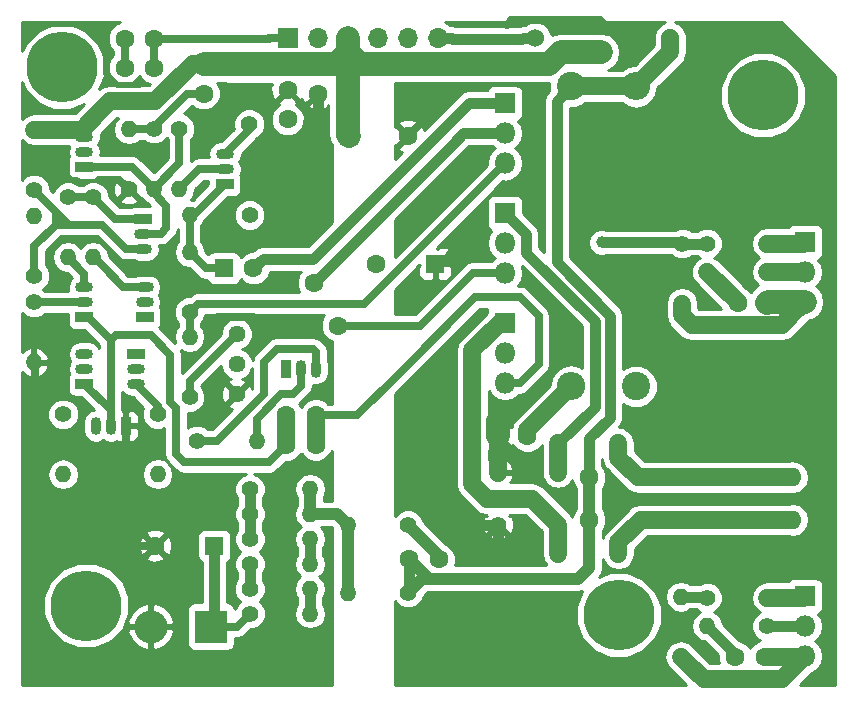
<source format=gbr>
G04 #@! TF.FileFunction,Copper,L1,Top,Signal*
%FSLAX46Y46*%
G04 Gerber Fmt 4.6, Leading zero omitted, Abs format (unit mm)*
G04 Created by KiCad (PCBNEW 4.0.4-stable) date 09/28/17 23:31:09*
%MOMM*%
%LPD*%
G01*
G04 APERTURE LIST*
%ADD10C,0.100000*%
%ADD11R,1.600000X1.600000*%
%ADD12C,1.600000*%
%ADD13R,2.800000X2.800000*%
%ADD14O,2.800000X2.800000*%
%ADD15C,1.524000*%
%ADD16R,1.800000X1.800000*%
%ADD17O,1.800000X1.800000*%
%ADD18R,1.700000X1.700000*%
%ADD19O,1.700000X1.700000*%
%ADD20C,6.000000*%
%ADD21O,1.500000X0.900000*%
%ADD22R,1.500000X0.900000*%
%ADD23O,0.900000X1.500000*%
%ADD24R,0.900000X1.500000*%
%ADD25C,1.400000*%
%ADD26O,1.400000X1.400000*%
%ADD27C,1.440000*%
%ADD28O,1.600000X1.600000*%
%ADD29C,2.400000*%
%ADD30O,2.400000X2.400000*%
%ADD31C,0.600000*%
%ADD32C,1.000000*%
%ADD33C,1.500000*%
%ADD34C,2.000000*%
%ADD35C,0.700000*%
%ADD36C,0.500000*%
%ADD37C,0.900000*%
%ADD38C,1.000000*%
%ADD39C,0.254000*%
G04 APERTURE END LIST*
D10*
D11*
X35800000Y36450000D03*
D12*
X30800000Y36450000D03*
X28400000Y50850000D03*
X25900000Y50850000D03*
X23300000Y51150000D03*
X23300000Y48650000D03*
D11*
X28500000Y47250000D03*
D12*
X33500000Y47250000D03*
X9500000Y53050000D03*
X12000000Y53050000D03*
X9500000Y55500000D03*
X12000000Y55500000D03*
D11*
X17104653Y12565931D03*
D12*
X12104653Y12565931D03*
D11*
X16200000Y53350000D03*
D12*
X16200000Y50850000D03*
X33600000Y11425000D03*
X36100000Y11425000D03*
D11*
X17900000Y36050000D03*
D12*
X20400000Y36050000D03*
X25700000Y23600000D03*
X23200000Y23600000D03*
X25700000Y21100000D03*
X23200000Y21100000D03*
X43600000Y21850000D03*
X41100000Y21850000D03*
X63700000Y3150000D03*
X61200000Y3150000D03*
X61400000Y33150000D03*
X63900000Y33150000D03*
D13*
X16804653Y5715931D03*
D14*
X11724653Y5715931D03*
D15*
X44270000Y55550000D03*
X55700000Y55550000D03*
D16*
X67100000Y38290000D03*
D17*
X67100000Y35750000D03*
X67100000Y33210000D03*
D18*
X23300000Y55550000D03*
D19*
X25840000Y55550000D03*
X28380000Y55550000D03*
X30920000Y55550000D03*
X33460000Y55550000D03*
X36000000Y55550000D03*
D20*
X4200000Y53100000D03*
X63550000Y50700000D03*
X6250000Y7500000D03*
X51350000Y6700000D03*
D21*
X6100000Y33170000D03*
X6100000Y34440000D03*
D22*
X6100000Y31900000D03*
D21*
X6100000Y27530000D03*
X6100000Y28800000D03*
D22*
X6100000Y26260000D03*
D21*
X11100000Y38970000D03*
X11100000Y37700000D03*
D22*
X11100000Y40240000D03*
D21*
X10500000Y27500000D03*
X10500000Y26230000D03*
D22*
X10500000Y28770000D03*
D21*
X11200000Y33170000D03*
X11200000Y34440000D03*
D22*
X11200000Y31900000D03*
D21*
X6100000Y45920000D03*
X6100000Y47190000D03*
D22*
X6100000Y44650000D03*
D21*
X18000000Y44450000D03*
X18000000Y45720000D03*
D22*
X18000000Y43180000D03*
D23*
X8330000Y22700000D03*
X7060000Y22700000D03*
D24*
X9600000Y22700000D03*
D16*
X41700000Y50030000D03*
D17*
X41700000Y47490000D03*
X41700000Y44950000D03*
D23*
X24430000Y27550000D03*
X25700000Y27550000D03*
D24*
X23160000Y27550000D03*
D16*
X41700000Y40730000D03*
D17*
X41700000Y38190000D03*
X41700000Y35650000D03*
D16*
X41700000Y31430000D03*
D17*
X41700000Y28890000D03*
X41700000Y26350000D03*
D16*
X67100000Y8290000D03*
D17*
X67100000Y5750000D03*
X67100000Y3210000D03*
D25*
X1800000Y33180000D03*
D26*
X1800000Y28100000D03*
D25*
X4700000Y42080000D03*
D26*
X4700000Y37000000D03*
D25*
X4300000Y23680000D03*
D26*
X4300000Y18600000D03*
D25*
X1850000Y42700000D03*
D26*
X1850000Y47780000D03*
D25*
X1850000Y35420000D03*
D26*
X1850000Y40500000D03*
D25*
X6850000Y42080000D03*
D26*
X6850000Y37000000D03*
D25*
X12300000Y23700000D03*
D26*
X12300000Y18620000D03*
D25*
X20129653Y17365931D03*
D26*
X25209653Y17365931D03*
D25*
X20124653Y13115931D03*
D26*
X25204653Y13115931D03*
D25*
X20129653Y15240931D03*
D26*
X25209653Y15240931D03*
D25*
X12000000Y47880000D03*
D26*
X12000000Y42800000D03*
D25*
X9850000Y42750000D03*
D26*
X9850000Y47830000D03*
D25*
X33500000Y14325000D03*
D26*
X28420000Y14325000D03*
D25*
X33525000Y8600000D03*
D26*
X28445000Y8600000D03*
D25*
X14150000Y47880000D03*
D26*
X14150000Y42800000D03*
D25*
X20050000Y48250000D03*
D26*
X20050000Y53330000D03*
D27*
X19000000Y30490000D03*
X19000000Y27950000D03*
X19000000Y25410000D03*
D25*
X15620000Y21450000D03*
D26*
X20700000Y21450000D03*
D25*
X15000000Y32350000D03*
D26*
X15000000Y37430000D03*
D25*
X15000000Y25170000D03*
D26*
X15000000Y30250000D03*
D25*
X20080000Y40550000D03*
D26*
X15000000Y40550000D03*
D25*
X56700000Y38150000D03*
D26*
X56700000Y33070000D03*
D25*
X46200000Y18750000D03*
D26*
X41120000Y18750000D03*
D25*
X41120000Y14350000D03*
D26*
X46200000Y14350000D03*
D25*
X56600000Y3170000D03*
D26*
X56600000Y8250000D03*
D25*
X58820000Y8150000D03*
D26*
X63900000Y8150000D03*
D25*
X58820000Y38150000D03*
D26*
X63900000Y38150000D03*
D25*
X46220000Y11850000D03*
D26*
X51300000Y11850000D03*
D25*
X51300000Y21250000D03*
D26*
X46220000Y21250000D03*
D12*
X48855000Y18350000D03*
D28*
X66000000Y18350000D03*
D12*
X48855000Y14750000D03*
D28*
X66000000Y14750000D03*
D29*
X47300000Y51450000D03*
D30*
X47300000Y26050000D03*
D29*
X52800000Y26050000D03*
D30*
X52800000Y51450000D03*
D25*
X63900000Y5750000D03*
D26*
X58820000Y5750000D03*
D25*
X58820000Y35750000D03*
D26*
X63900000Y35750000D03*
D25*
X20124653Y11015931D03*
D26*
X25204653Y11015931D03*
D25*
X20124653Y6815931D03*
D26*
X25204653Y6815931D03*
D25*
X20099653Y8915931D03*
D26*
X25179653Y8915931D03*
D12*
X49850001Y54350001D03*
D31*
X1900000Y1900000D03*
X10700000Y51600000D03*
X7950000Y54200000D03*
X7550000Y56150000D03*
X1150000Y55700000D03*
X1250000Y49950000D03*
X4150000Y49250000D03*
X2200000Y45100000D03*
X4550000Y43700000D03*
X5800000Y43200000D03*
X7300000Y43550000D03*
X1950000Y23950000D03*
X1800000Y20300000D03*
X9000000Y15350000D03*
X4950000Y15150000D03*
X4900000Y12900000D03*
X8250000Y13150000D03*
X17400000Y31900000D03*
X25150000Y31250000D03*
X23050000Y31250000D03*
X23050000Y35050000D03*
X25050000Y39750000D03*
X25050000Y42100000D03*
X20900000Y43700000D03*
X22200000Y42450000D03*
X23800000Y40900000D03*
X20250000Y38400000D03*
X17550000Y38550000D03*
X17600000Y40450000D03*
X16050000Y42850000D03*
X12350000Y45700000D03*
X15950000Y45800000D03*
X16300000Y48250000D03*
X17900000Y48350000D03*
X20000000Y50550000D03*
X21500000Y49900000D03*
X22100000Y46550000D03*
X23600000Y44900000D03*
X25800000Y43250000D03*
X25850000Y48100000D03*
X68700000Y51150000D03*
X68700000Y48800000D03*
X68750000Y45850000D03*
X60100000Y55300000D03*
X58200000Y53750000D03*
X51950000Y54850000D03*
X41850000Y56650000D03*
X35900000Y25750000D03*
X35450000Y50750000D03*
X35500000Y41650000D03*
X38900000Y44800000D03*
X37700000Y43250000D03*
X38350000Y38500000D03*
X35700000Y20200000D03*
X35600000Y17400000D03*
X38400000Y14700000D03*
X41150000Y11550000D03*
X36400000Y7800000D03*
X36400000Y5600000D03*
X38700000Y4550000D03*
X38950000Y6700000D03*
X41750000Y6700000D03*
X41700000Y4750000D03*
X44400000Y4850000D03*
X44450000Y7000000D03*
X55400000Y11750000D03*
X61050000Y7050000D03*
X55400000Y11750000D03*
X61900000Y10700000D03*
X65650000Y12000000D03*
X63200000Y12100000D03*
X63200000Y16700000D03*
X68400000Y16700000D03*
X65550000Y21350000D03*
X65800000Y24550000D03*
X65800000Y27900000D03*
X61800000Y27900000D03*
X56550000Y28500000D03*
X56850000Y24850000D03*
X59000000Y22100000D03*
X63650000Y22350000D03*
X63600000Y25900000D03*
X47600000Y46000000D03*
X55550000Y45300000D03*
X53550000Y46750000D03*
X57600000Y51400000D03*
X67800000Y40700000D03*
X64350000Y40650000D03*
X61200000Y40800000D03*
X57450000Y40750000D03*
X57550000Y44750000D03*
X57550000Y48000000D03*
X60100000Y46650000D03*
X68750000Y43200000D03*
X67300000Y43150000D03*
X67350000Y45700000D03*
X65400000Y45650000D03*
X65350000Y43250000D03*
X63300000Y43350000D03*
X63300000Y45600000D03*
X61250000Y45550000D03*
X59250000Y45450000D03*
X59100000Y43300000D03*
X61200000Y43250000D03*
X59050000Y26000000D03*
X49100000Y36000000D03*
X46700000Y29550000D03*
X35900000Y23300000D03*
X41650000Y23650000D03*
D12*
X27550000Y31200000D03*
X25500000Y34800000D03*
D32*
X49900000Y38250000D03*
D33*
X15269378Y53350000D02*
X16200000Y53350000D01*
X12119376Y50199998D02*
X15269378Y53350000D01*
X8299998Y50199998D02*
X12119376Y50199998D01*
X7350000Y49250000D02*
X8299998Y50199998D01*
D34*
X16200000Y53350000D02*
X18080000Y53350000D01*
X18080000Y53350000D02*
X18100000Y53330000D01*
D35*
X20050000Y53330000D02*
X19089949Y53330000D01*
X20050000Y53330000D02*
X16220000Y53330000D01*
X16220000Y53330000D02*
X16200000Y53350000D01*
D33*
X5900000Y47800000D02*
X7350000Y49250000D01*
X1850000Y47780000D02*
X5880000Y47780000D01*
X5880000Y47780000D02*
X7350000Y49250000D01*
D35*
X5490000Y47800000D02*
X6100000Y47190000D01*
D34*
X49850001Y54350001D02*
X46425999Y54350001D01*
X46425999Y54350001D02*
X45425997Y53349999D01*
X29377920Y53349999D02*
X28380000Y54347919D01*
X45425997Y53349999D02*
X29377920Y53349999D01*
X28400000Y50850000D02*
X28400000Y47350000D01*
X28400000Y47350000D02*
X28500000Y47250000D01*
X28380000Y55550000D02*
X28380000Y50870000D01*
X28380000Y50870000D02*
X28400000Y50850000D01*
X28380000Y55550000D02*
X28380000Y54347919D01*
X28380000Y54347919D02*
X27362081Y53330000D01*
X27362081Y53330000D02*
X19089949Y53330000D01*
X19089949Y53330000D02*
X18100000Y53330000D01*
D33*
X56700000Y33070000D02*
X56700000Y32080051D01*
X56700000Y32080051D02*
X57530052Y31249999D01*
X57530052Y31249999D02*
X65139999Y31249999D01*
X65139999Y31249999D02*
X66200001Y32310001D01*
X66200001Y32310001D02*
X67100000Y33210000D01*
D34*
X67100000Y33210000D02*
X63960000Y33210000D01*
X63960000Y33210000D02*
X63900000Y33150000D01*
D36*
X23800000Y40900000D02*
X23800000Y40750000D01*
X23800000Y40750000D02*
X23600000Y40550000D01*
X25050000Y39750000D02*
X25700000Y40400000D01*
X25700000Y40400000D02*
X25700000Y40700000D01*
X4900000Y12900000D02*
X1900000Y9900000D01*
X1900000Y9900000D02*
X1900000Y1900000D01*
X7950000Y54200000D02*
X7950000Y52527998D01*
X7950000Y52527998D02*
X8877998Y51600000D01*
X8877998Y51600000D02*
X10700000Y51600000D01*
X1150000Y55700000D02*
X2150001Y56700001D01*
X2150001Y56700001D02*
X6999999Y56700001D01*
X6999999Y56700001D02*
X7550000Y56150000D01*
X4150000Y49250000D02*
X1950000Y49250000D01*
X1950000Y49250000D02*
X1250000Y49950000D01*
X4550000Y43700000D02*
X3600000Y43700000D01*
X3600000Y43700000D02*
X2200000Y45100000D01*
X5800000Y43200000D02*
X5500001Y43499999D01*
X5500001Y43499999D02*
X4750001Y43499999D01*
X4750001Y43499999D02*
X4550000Y43700000D01*
D35*
X9850000Y42750000D02*
X9050000Y43550000D01*
X9050000Y43550000D02*
X7300000Y43550000D01*
X1950000Y23950000D02*
X1950000Y27950000D01*
X1950000Y27950000D02*
X1800000Y28100000D01*
X2000000Y17675736D02*
X2000000Y20100000D01*
X2000000Y20100000D02*
X1800000Y20300000D01*
X4950000Y15150000D02*
X4525736Y15150000D01*
X4525736Y15150000D02*
X2000000Y17675736D01*
X9000000Y15350000D02*
X9600000Y15950000D01*
X9600000Y15950000D02*
X9600000Y22700000D01*
X4900000Y12900000D02*
X4900000Y15100000D01*
X4900000Y15100000D02*
X4950000Y15150000D01*
X12104653Y12565931D02*
X8834069Y12565931D01*
X8834069Y12565931D02*
X8250000Y13150000D01*
X21000000Y31250000D02*
X20339999Y31910001D01*
X20339999Y31910001D02*
X17410001Y31910001D01*
X17410001Y31910001D02*
X17400000Y31900000D01*
X23050000Y31250000D02*
X21000000Y31250000D01*
X23050000Y31250000D02*
X25150000Y31250000D01*
X25050000Y42100000D02*
X25050000Y41350000D01*
X25050000Y41350000D02*
X25700000Y40700000D01*
X25050000Y42100000D02*
X25050000Y42500000D01*
X25050000Y42500000D02*
X25800000Y43250000D01*
X22200000Y42450000D02*
X22150000Y42450000D01*
X22150000Y42450000D02*
X20900000Y43700000D01*
X20250000Y38400000D02*
X21450000Y38400000D01*
X21450000Y38400000D02*
X23600000Y40550000D01*
X17600000Y40450000D02*
X17600000Y38600000D01*
X17600000Y38600000D02*
X17550000Y38550000D01*
X17900000Y48350000D02*
X16400000Y48350000D01*
X16400000Y48350000D02*
X16300000Y48250000D01*
X21500000Y49900000D02*
X20650000Y49900000D01*
X20650000Y49900000D02*
X20000000Y50550000D01*
X23600000Y44900000D02*
X23600000Y45050000D01*
X23600000Y45050000D02*
X22100000Y46550000D01*
X25850000Y48100000D02*
X25850000Y43300000D01*
X25850000Y43300000D02*
X25800000Y43250000D01*
D37*
X25900000Y50850000D02*
X25900000Y48150000D01*
X25900000Y48150000D02*
X25850000Y48100000D01*
D35*
X17350000Y21450000D02*
X19649991Y23749991D01*
X19649991Y23749991D02*
X19649991Y23754931D01*
X15620000Y21450000D02*
X17350000Y21450000D01*
X21300000Y28150002D02*
X21300000Y25404940D01*
X21300000Y25404940D02*
X19649991Y23754931D01*
X25450000Y29250000D02*
X22399998Y29250000D01*
X22399998Y29250000D02*
X21300000Y28150002D01*
X25700000Y27550000D02*
X25700000Y29000000D01*
X25700000Y29000000D02*
X25450000Y29250000D01*
D33*
X67100000Y3210000D02*
X65139999Y1249999D01*
X65139999Y1249999D02*
X58520001Y1249999D01*
X58520001Y1249999D02*
X57299999Y2470001D01*
X57299999Y2470001D02*
X56600000Y3170000D01*
X63700000Y3150000D02*
X67040000Y3150000D01*
X67040000Y3150000D02*
X67100000Y3210000D01*
D35*
X68700000Y48800000D02*
X68700000Y51150000D01*
X58200000Y53750000D02*
X58550000Y53750000D01*
X58550000Y53750000D02*
X60100000Y55300000D01*
X49750000Y57050000D02*
X42250000Y57050000D01*
X42250000Y57050000D02*
X42212001Y57012001D01*
X49750000Y57050000D02*
X51950000Y54850000D01*
X41850000Y56650000D02*
X42212001Y57012001D01*
X35450000Y50750000D02*
X35450000Y49200000D01*
X35450000Y49200000D02*
X33500000Y47250000D01*
X37700000Y43250000D02*
X37700000Y43600000D01*
X37700000Y43600000D02*
X38900000Y44800000D01*
X35800000Y36450000D02*
X36300000Y36450000D01*
X36300000Y36450000D02*
X38350000Y38500000D01*
D37*
X35600000Y17400000D02*
X35600000Y20100000D01*
X35600000Y20100000D02*
X35700000Y20200000D01*
X41120000Y14350000D02*
X38750000Y14350000D01*
X38750000Y14350000D02*
X38400000Y14700000D01*
X41150000Y11550000D02*
X41150000Y14320000D01*
X41150000Y14320000D02*
X41120000Y14350000D01*
X36400000Y5600000D02*
X36400000Y7800000D01*
X38950000Y6700000D02*
X38950000Y4800000D01*
X38950000Y4800000D02*
X38700000Y4550000D01*
X41700000Y4750000D02*
X41700000Y6650000D01*
X41700000Y6650000D02*
X41750000Y6700000D01*
X44450000Y7000000D02*
X44450000Y4900000D01*
X44450000Y4900000D02*
X44400000Y4850000D01*
X61900000Y10700000D02*
X56450000Y10700000D01*
X56450000Y10700000D02*
X55400000Y11750000D01*
X63200000Y12100000D02*
X65550000Y12100000D01*
X65550000Y12100000D02*
X65650000Y12000000D01*
X65550000Y21350000D02*
X68400000Y18500000D01*
X68400000Y18500000D02*
X68400000Y16700000D01*
X65800000Y24550000D02*
X65800000Y21600000D01*
X65800000Y21600000D02*
X65550000Y21350000D01*
X61800000Y27900000D02*
X65800000Y27900000D01*
X53450000Y31600000D02*
X56550000Y28500000D01*
X56550000Y28500000D02*
X59050000Y26000000D01*
X59000000Y22100000D02*
X59000000Y22700000D01*
X59000000Y22700000D02*
X56850000Y24850000D01*
X63600000Y25900000D02*
X63600000Y22400000D01*
X63600000Y22400000D02*
X63650000Y22350000D01*
X55550000Y45300000D02*
X48300000Y45300000D01*
X48300000Y45300000D02*
X47600000Y46000000D01*
X57600000Y51400000D02*
X57600000Y50800000D01*
X57600000Y50800000D02*
X53550000Y46750000D01*
X64350000Y40650000D02*
X67750000Y40650000D01*
X67750000Y40650000D02*
X67800000Y40700000D01*
X61200000Y40800000D02*
X64200000Y40800000D01*
X64200000Y40800000D02*
X64350000Y40650000D01*
X57550000Y44750000D02*
X57550000Y40850000D01*
X57550000Y40850000D02*
X57450000Y40750000D01*
X57650000Y47900000D02*
X57550000Y48000000D01*
X68750000Y43200000D02*
X68750000Y45850000D01*
X67350000Y45700000D02*
X67350000Y43200000D01*
X67350000Y43200000D02*
X67300000Y43150000D01*
X65350000Y43250000D02*
X65350000Y45600000D01*
X65350000Y45600000D02*
X65400000Y45650000D01*
X63300000Y45600000D02*
X63300000Y43350000D01*
X59250000Y45450000D02*
X61150000Y45450000D01*
X61150000Y45450000D02*
X61250000Y45550000D01*
X61200000Y43250000D02*
X59150000Y43250000D01*
X59150000Y43250000D02*
X59100000Y43300000D01*
X53450000Y33600000D02*
X53450000Y31600000D01*
X51349999Y35700001D02*
X53450000Y33600000D01*
X49100000Y36000000D02*
X49399999Y35700001D01*
X49399999Y35700001D02*
X51349999Y35700001D01*
D34*
X41100000Y21850000D02*
X41100000Y23100000D01*
X41100000Y23100000D02*
X41650000Y23650000D01*
D33*
X41100000Y21850000D02*
X41100000Y18770000D01*
X41100000Y18770000D02*
X41120000Y18750000D01*
D35*
X1800000Y33180000D02*
X6090000Y33180000D01*
X6090000Y33180000D02*
X6100000Y33170000D01*
X9500000Y55500000D02*
X9500000Y53050000D01*
X12000000Y55500000D02*
X21700000Y55500000D01*
X21700000Y55500000D02*
X21750000Y55550000D01*
X12000000Y53050000D02*
X12000000Y55500000D01*
X23300000Y55550000D02*
X21750000Y55550000D01*
X16804653Y5715931D02*
X19024653Y5715931D01*
X19024653Y5715931D02*
X20124653Y6815931D01*
D37*
X17104653Y12565931D02*
X17104653Y6015931D01*
X17104653Y6015931D02*
X16804653Y5715931D01*
D35*
X9850000Y47830000D02*
X11950000Y47830000D01*
X11950000Y47830000D02*
X12000000Y47880000D01*
X16200000Y50850000D02*
X14820000Y50850000D01*
X14820000Y50850000D02*
X11850000Y47880000D01*
D38*
X35250001Y9774999D02*
X34699999Y9774999D01*
X34699999Y9774999D02*
X33525000Y8600000D01*
X48855000Y10705000D02*
X47924999Y9774999D01*
X47924999Y9774999D02*
X35250001Y9774999D01*
X35250001Y9774999D02*
X34399999Y10625001D01*
X34399999Y10625001D02*
X33600000Y11425000D01*
X48855000Y14750000D02*
X48855000Y10705000D01*
X48855000Y18350000D02*
X48855000Y14750000D01*
D37*
X48855000Y19481370D02*
X48855000Y18350000D01*
X50599989Y23399989D02*
X48855000Y21655000D01*
X48855000Y21655000D02*
X48855000Y19481370D01*
X46100001Y50250001D02*
X46100001Y36554401D01*
X50599989Y32054413D02*
X50599989Y23399989D01*
X47300000Y51450000D02*
X46100001Y50250001D01*
X46100001Y36554401D02*
X50599989Y32054413D01*
X33600000Y11425000D02*
X33600000Y8675000D01*
X33600000Y8675000D02*
X33525000Y8600000D01*
D33*
X55700000Y55550000D02*
X55700000Y54350000D01*
X55700000Y54350000D02*
X52800000Y51450000D01*
X52800000Y51450000D02*
X47300000Y51450000D01*
D38*
X36100000Y11425000D02*
X36100000Y11725000D01*
X36100000Y11725000D02*
X33500000Y14325000D01*
D35*
X34523640Y31200000D02*
X28681370Y31200000D01*
X38973640Y35650000D02*
X34523640Y31200000D01*
X41700000Y35650000D02*
X38973640Y35650000D01*
X28681370Y31200000D02*
X27550000Y31200000D01*
X17900000Y36050000D02*
X16380000Y36050000D01*
X16380000Y36050000D02*
X15000000Y37430000D01*
X15000000Y37430000D02*
X15000000Y40550000D01*
X15000000Y40550000D02*
X15370000Y40550000D01*
X15370000Y40550000D02*
X18000000Y43180000D01*
D37*
X41700000Y50030000D02*
X38648002Y50030000D01*
X21199999Y36849999D02*
X20400000Y36050000D01*
X38648002Y50030000D02*
X25468001Y36849999D01*
X25468001Y36849999D02*
X21199999Y36849999D01*
D35*
X39200000Y33600000D02*
X32550000Y26950000D01*
X32550000Y26950000D02*
X32150000Y26550000D01*
X25700000Y23600000D02*
X29200000Y23600000D01*
X29200000Y23600000D02*
X32550000Y26950000D01*
X42950000Y33600000D02*
X39200000Y33600000D01*
X44550000Y32000000D02*
X42950000Y33600000D01*
X44550000Y27927208D02*
X44550000Y32000000D01*
X41700000Y26350000D02*
X42972792Y26350000D01*
X42972792Y26350000D02*
X44550000Y27927208D01*
D33*
X25700000Y23600000D02*
X25700000Y21100000D01*
D35*
X8330000Y29970000D02*
X8330000Y29980000D01*
X11700000Y30400000D02*
X13350009Y28749991D01*
X13350009Y24721993D02*
X13850000Y24222002D01*
X8330000Y29980000D02*
X8750000Y30400000D01*
X13850000Y20350000D02*
X14550000Y19650000D01*
X8750000Y30400000D02*
X11700000Y30400000D01*
X13350009Y28749991D02*
X13350009Y24721993D01*
X13850000Y24222002D02*
X13850000Y20350000D01*
X14550000Y19650000D02*
X21750000Y19650000D01*
X21750000Y19650000D02*
X23200000Y21100000D01*
X8330000Y22700000D02*
X8330000Y29970000D01*
X8330000Y29970000D02*
X6400000Y31900000D01*
X6400000Y31900000D02*
X6100000Y31900000D01*
X6100000Y26260000D02*
X8330000Y24030000D01*
X8330000Y24030000D02*
X8330000Y22700000D01*
D33*
X23200000Y23600000D02*
X23200000Y21100000D01*
X43600000Y21850000D02*
X43600000Y22350000D01*
X43600000Y22350000D02*
X47300000Y26050000D01*
D37*
X61200000Y3150000D02*
X61200000Y3370000D01*
X61200000Y3370000D02*
X58820000Y5750000D01*
D33*
X61400000Y33150000D02*
X61400000Y33170000D01*
X61400000Y33170000D02*
X58820000Y35750000D01*
D37*
X37252091Y55499990D02*
X43142360Y55499990D01*
X37202081Y55550000D02*
X37252091Y55499990D01*
X43142360Y55499990D02*
X43192370Y55550000D01*
X36000000Y55550000D02*
X37202081Y55550000D01*
X43192370Y55550000D02*
X44270000Y55550000D01*
D33*
X63900000Y38150000D02*
X66960000Y38150000D01*
X66960000Y38150000D02*
X67100000Y38290000D01*
X66000000Y18350000D02*
X52950000Y18350000D01*
X52950000Y18350000D02*
X51300000Y20000000D01*
X51300000Y20000000D02*
X51300000Y21250000D01*
X63900000Y35750000D02*
X67100000Y35750000D01*
D35*
X6100000Y34440000D02*
X6100000Y35600000D01*
X6100000Y35600000D02*
X4700000Y37000000D01*
X6100000Y44650000D02*
X10150000Y44650000D01*
X10150000Y44650000D02*
X12000000Y42800000D01*
X14150000Y47880000D02*
X14150000Y44950000D01*
X14150000Y44950000D02*
X12000000Y42800000D01*
X13050000Y41200000D02*
X13050000Y39450000D01*
X12000000Y42400000D02*
X13050000Y41350000D01*
X13050000Y41350000D02*
X13050000Y41200000D01*
X12000000Y42800000D02*
X12000000Y42400000D01*
X13050000Y39450000D02*
X12570000Y38970000D01*
X12570000Y38970000D02*
X11100000Y38970000D01*
X1850000Y42700000D02*
X3450000Y41100000D01*
X3450000Y41100000D02*
X4800000Y39750000D01*
X3700000Y39750000D02*
X3700000Y40850000D01*
X3700000Y40850000D02*
X3450000Y41100000D01*
X7600000Y39750000D02*
X5250000Y39750000D01*
X4800000Y39750000D02*
X5250000Y39750000D01*
X5250000Y39750000D02*
X3700000Y39750000D01*
X3700000Y39750000D02*
X1850000Y37900000D01*
X9650000Y37700000D02*
X7600000Y39750000D01*
X11100000Y37700000D02*
X9650000Y37700000D01*
X1850000Y37900000D02*
X1850000Y35420000D01*
X11100000Y40240000D02*
X8690000Y40240000D01*
X8690000Y40240000D02*
X6850000Y42080000D01*
X4700000Y42080000D02*
X6850000Y42080000D01*
X6830000Y42100000D02*
X6850000Y42080000D01*
X12300000Y23700000D02*
X12300000Y24430000D01*
X12300000Y24430000D02*
X10500000Y26230000D01*
D38*
X25209653Y15240931D02*
X25209653Y17365931D01*
X28420000Y14325000D02*
X27504069Y15240931D01*
X27504069Y15240931D02*
X25209653Y15240931D01*
X28420000Y14325000D02*
X28420000Y8625000D01*
X28420000Y8625000D02*
X28445000Y8600000D01*
D35*
X7549999Y36300001D02*
X6850000Y37000000D01*
X9410000Y34440000D02*
X7549999Y36300001D01*
X11200000Y34440000D02*
X9410000Y34440000D01*
X6850000Y37000000D02*
X6890000Y37000000D01*
X14150000Y42800000D02*
X15800000Y44450000D01*
X15800000Y44450000D02*
X18000000Y44450000D01*
X20050000Y48250000D02*
X20050000Y47770000D01*
X20050000Y47770000D02*
X18000000Y45720000D01*
X18100000Y45820000D02*
X18000000Y45720000D01*
X23730000Y25400000D02*
X22779998Y25400000D01*
X20700000Y23320002D02*
X20700000Y22439949D01*
X22779998Y25400000D02*
X20700000Y23320002D01*
X20700000Y22439949D02*
X20700000Y21450000D01*
X24430000Y27550000D02*
X24430000Y26100000D01*
X24430000Y26100000D02*
X23730000Y25400000D01*
D37*
X37290001Y46590001D02*
X25500000Y34800000D01*
X41700000Y47490000D02*
X38190000Y47490000D01*
X38190000Y47490000D02*
X37290001Y46590001D01*
D35*
X40800001Y44050001D02*
X41700000Y44950000D01*
X29799999Y33049999D02*
X40800001Y44050001D01*
X15699999Y33049999D02*
X29799999Y33049999D01*
X15000000Y32350000D02*
X15699999Y33049999D01*
X15000000Y32350000D02*
X15000000Y30250000D01*
D37*
X43500000Y37386620D02*
X43500000Y38930000D01*
X43500000Y38930000D02*
X41700000Y40730000D01*
X46220000Y21250000D02*
X49300001Y24330001D01*
X49300001Y24330001D02*
X49300001Y31586619D01*
X49300001Y31586619D02*
X43500000Y37386620D01*
D33*
X46220000Y21250000D02*
X46220000Y18770000D01*
X46220000Y18770000D02*
X46200000Y18750000D01*
D37*
X56700000Y38150000D02*
X58820000Y38150000D01*
X49900000Y38250000D02*
X56600000Y38250000D01*
X56600000Y38250000D02*
X56700000Y38150000D01*
D33*
X40150000Y16550000D02*
X44000000Y16550000D01*
X44000000Y16550000D02*
X46200000Y14350000D01*
X38950000Y17750000D02*
X40150000Y16550000D01*
X38950000Y29100002D02*
X38950000Y17750000D01*
X41700000Y31430000D02*
X41279998Y31430000D01*
X41279998Y31430000D02*
X38950000Y29100002D01*
X46200000Y14350000D02*
X46200000Y11870000D01*
X46200000Y11870000D02*
X46220000Y11850000D01*
D37*
X56600000Y8250000D02*
X58720000Y8250000D01*
X58720000Y8250000D02*
X58820000Y8150000D01*
D33*
X63900000Y8150000D02*
X66960000Y8150000D01*
X66960000Y8150000D02*
X67100000Y8290000D01*
X51300000Y11850000D02*
X51300000Y12839949D01*
X51300000Y12839949D02*
X53200000Y14739949D01*
X53200000Y14739949D02*
X53200000Y14750000D01*
X66000000Y14750000D02*
X53200000Y14750000D01*
D37*
X63900000Y5750000D02*
X67100000Y5750000D01*
X20129653Y17365931D02*
X20129653Y15240931D01*
X20124653Y13115931D02*
X20124653Y15235931D01*
X20124653Y15235931D02*
X20129653Y15240931D01*
D35*
X15000000Y25170000D02*
X15000000Y26490000D01*
X15000000Y26490000D02*
X19000000Y30490000D01*
D37*
X25204653Y11015931D02*
X25204653Y13115931D01*
X20099653Y8915931D02*
X20099653Y10990931D01*
X20099653Y10990931D02*
X20124653Y11015931D01*
X25204653Y6815931D02*
X25204653Y8890931D01*
X25204653Y8890931D02*
X25179653Y8915931D01*
D39*
G36*
X69690000Y52305908D02*
X69690000Y810000D01*
X66658686Y810000D01*
X67591350Y1742664D01*
X67687419Y1761773D01*
X68185409Y2094519D01*
X68518155Y2592509D01*
X68635000Y3179928D01*
X68635000Y3240072D01*
X68518155Y3827491D01*
X68185409Y4325481D01*
X67954155Y4480000D01*
X68185409Y4634519D01*
X68518155Y5132509D01*
X68635000Y5719928D01*
X68635000Y5780072D01*
X68518155Y6367491D01*
X68237163Y6788026D01*
X68451441Y6925910D01*
X68596431Y7138110D01*
X68647440Y7390000D01*
X68647440Y9190000D01*
X68603162Y9425317D01*
X68464090Y9641441D01*
X68251890Y9786431D01*
X68000000Y9837440D01*
X66200000Y9837440D01*
X65964683Y9793162D01*
X65748559Y9654090D01*
X65667188Y9535000D01*
X63900000Y9535000D01*
X63369983Y9429573D01*
X62920657Y9129343D01*
X62620427Y8680017D01*
X62515000Y8150000D01*
X62620427Y7619983D01*
X62920657Y7170657D01*
X63272841Y6935335D01*
X63144771Y6882418D01*
X62768902Y6507204D01*
X62565232Y6016713D01*
X62564769Y5485617D01*
X62767582Y4994771D01*
X63142796Y4618902D01*
X63319591Y4545490D01*
X62888200Y4367243D01*
X62484176Y3963923D01*
X62450187Y3882069D01*
X62417243Y3961800D01*
X62013923Y4365824D01*
X61543092Y4561330D01*
X60138131Y5966291D01*
X60079533Y6260882D01*
X59790142Y6693988D01*
X59408778Y6948806D01*
X59575229Y7017582D01*
X59951098Y7392796D01*
X60154768Y7883287D01*
X60155231Y8414383D01*
X59952418Y8905229D01*
X59577204Y9281098D01*
X59086713Y9484768D01*
X58555617Y9485231D01*
X58192029Y9335000D01*
X57372090Y9335000D01*
X57110882Y9509533D01*
X56600000Y9611154D01*
X56089118Y9509533D01*
X55656012Y9220142D01*
X55366621Y8787036D01*
X55265000Y8276154D01*
X55265000Y8223846D01*
X55366621Y7712964D01*
X55656012Y7279858D01*
X56089118Y6990467D01*
X56600000Y6888846D01*
X57110882Y6990467D01*
X57372090Y7165000D01*
X57916953Y7165000D01*
X58062796Y7018902D01*
X58231369Y6948904D01*
X57849858Y6693988D01*
X57560467Y6260882D01*
X57458846Y5750000D01*
X57560467Y5239118D01*
X57849858Y4806012D01*
X58282964Y4516621D01*
X58577555Y4458023D01*
X59765105Y3270473D01*
X59764752Y2865813D01*
X59860122Y2634999D01*
X59093687Y2634999D01*
X57579343Y4149343D01*
X57367177Y4291107D01*
X57357204Y4301098D01*
X57344051Y4306559D01*
X57130016Y4449573D01*
X56879752Y4499354D01*
X56866713Y4504768D01*
X56852470Y4504780D01*
X56600000Y4555000D01*
X56349733Y4505219D01*
X56335617Y4505231D01*
X56322456Y4499793D01*
X56069984Y4449573D01*
X55857819Y4307809D01*
X55844771Y4302418D01*
X55834691Y4292356D01*
X55620657Y4149343D01*
X55478893Y3937177D01*
X55468902Y3927204D01*
X55463441Y3914051D01*
X55320427Y3700016D01*
X55270646Y3449752D01*
X55265232Y3436713D01*
X55265220Y3422470D01*
X55215000Y3170000D01*
X55264781Y2919733D01*
X55264769Y2905617D01*
X55270207Y2892456D01*
X55320427Y2639984D01*
X55462191Y2427819D01*
X55467582Y2414771D01*
X55477644Y2404691D01*
X55620657Y2190657D01*
X57001314Y810000D01*
X32377000Y810000D01*
X32377000Y7882482D01*
X32392582Y7844771D01*
X32767796Y7468902D01*
X33258287Y7265232D01*
X33789383Y7264769D01*
X34280229Y7467582D01*
X34656098Y7842796D01*
X34857175Y8327043D01*
X35170132Y8639999D01*
X47924999Y8639999D01*
X48246165Y8703883D01*
X47715632Y7426218D01*
X47714370Y5980126D01*
X48266600Y4643628D01*
X49288249Y3620194D01*
X50623782Y3065632D01*
X52069874Y3064370D01*
X53406372Y3616600D01*
X54429806Y4638249D01*
X54984368Y5973782D01*
X54985630Y7419874D01*
X54433400Y8756372D01*
X53411751Y9779806D01*
X52076218Y10334368D01*
X50630126Y10335630D01*
X49686495Y9945729D01*
X49716243Y9990250D01*
X49903603Y10270654D01*
X49990000Y10705000D01*
X49990000Y11472950D01*
X50020427Y11319983D01*
X50320657Y10870657D01*
X50769983Y10570427D01*
X51300000Y10465000D01*
X51830017Y10570427D01*
X52279343Y10870657D01*
X52579573Y11319983D01*
X52685000Y11850000D01*
X52685000Y12266263D01*
X53783737Y13365000D01*
X65720520Y13365000D01*
X65971887Y13315000D01*
X66028113Y13315000D01*
X66577264Y13424233D01*
X67042811Y13735302D01*
X67353880Y14200849D01*
X67463113Y14750000D01*
X67353880Y15299151D01*
X67042811Y15764698D01*
X66577264Y16075767D01*
X66028113Y16185000D01*
X65971887Y16185000D01*
X65720520Y16135000D01*
X53200000Y16135000D01*
X52669983Y16029573D01*
X52220657Y15729343D01*
X52200418Y15699053D01*
X50320657Y13819292D01*
X50020427Y13369966D01*
X49990000Y13216999D01*
X49990000Y13855394D01*
X50070824Y13936077D01*
X50289750Y14463309D01*
X50290248Y15034187D01*
X50072243Y15561800D01*
X49990000Y15644187D01*
X49990000Y17455394D01*
X50070824Y17536077D01*
X50289750Y18063309D01*
X50290248Y18634187D01*
X50072243Y19161800D01*
X49940000Y19294274D01*
X49940000Y19874317D01*
X50020427Y19469983D01*
X50278781Y19083329D01*
X50320657Y19020657D01*
X51970657Y17370657D01*
X52419983Y17070427D01*
X52950000Y16965000D01*
X65720520Y16965000D01*
X65971887Y16915000D01*
X66028113Y16915000D01*
X66577264Y17024233D01*
X67042811Y17335302D01*
X67353880Y17800849D01*
X67463113Y18350000D01*
X67353880Y18899151D01*
X67042811Y19364698D01*
X66577264Y19675767D01*
X66028113Y19785000D01*
X65971887Y19785000D01*
X65720520Y19735000D01*
X53523686Y19735000D01*
X52685000Y20573686D01*
X52685000Y21250000D01*
X52635219Y21500267D01*
X52635231Y21514383D01*
X52629793Y21527544D01*
X52579573Y21780017D01*
X52437809Y21992182D01*
X52432418Y22005229D01*
X52422357Y22015308D01*
X52279343Y22229343D01*
X52067176Y22371108D01*
X52057204Y22381098D01*
X52044053Y22386559D01*
X51830017Y22529573D01*
X51579751Y22579354D01*
X51566713Y22584768D01*
X51552471Y22584780D01*
X51357904Y22623482D01*
X51367200Y22632778D01*
X51532399Y22880016D01*
X51602398Y22984777D01*
X51684989Y23399989D01*
X51684989Y24569610D01*
X51759199Y24495270D01*
X52433395Y24215319D01*
X53163403Y24214682D01*
X53838086Y24493455D01*
X54354730Y25009199D01*
X54634681Y25683395D01*
X54635318Y26413403D01*
X54356545Y27088086D01*
X53840801Y27604730D01*
X53166605Y27884681D01*
X52436597Y27885318D01*
X51761914Y27606545D01*
X51684989Y27529754D01*
X51684989Y32054413D01*
X51602398Y32469625D01*
X51367200Y32821624D01*
X47185001Y37003823D01*
X47185001Y38025225D01*
X48764803Y38025225D01*
X48937233Y37607914D01*
X49256235Y37288355D01*
X49673244Y37115197D01*
X50124775Y37114803D01*
X50246261Y37165000D01*
X55796953Y37165000D01*
X55942796Y37018902D01*
X56433287Y36815232D01*
X56964383Y36814769D01*
X57455229Y37017582D01*
X57502730Y37065000D01*
X58016778Y37065000D01*
X58062796Y37018902D01*
X58193061Y36964811D01*
X58077819Y36887809D01*
X58064771Y36882418D01*
X58054691Y36872356D01*
X57840657Y36729343D01*
X57698893Y36517177D01*
X57688902Y36507204D01*
X57683441Y36494051D01*
X57540427Y36280016D01*
X57490646Y36029752D01*
X57485232Y36016713D01*
X57485220Y36002470D01*
X57435000Y35750000D01*
X57484781Y35499733D01*
X57484769Y35485617D01*
X57490207Y35472456D01*
X57540427Y35219984D01*
X57682191Y35007819D01*
X57687582Y34994771D01*
X57697644Y34984691D01*
X57840657Y34770657D01*
X59976315Y32634999D01*
X58103738Y32634999D01*
X58085000Y32653737D01*
X58085000Y33070000D01*
X57979573Y33600017D01*
X57679343Y34049343D01*
X57230017Y34349573D01*
X56700000Y34455000D01*
X56169983Y34349573D01*
X55720657Y34049343D01*
X55420427Y33600017D01*
X55315000Y33070000D01*
X55315000Y32080051D01*
X55420427Y31550034D01*
X55585156Y31303500D01*
X55720657Y31100708D01*
X56550709Y30270656D01*
X57000036Y29970425D01*
X57530052Y29864999D01*
X65139999Y29864999D01*
X65670016Y29970426D01*
X66119342Y30270656D01*
X67504058Y31655372D01*
X67725687Y31699457D01*
X68256120Y32053880D01*
X68610543Y32584313D01*
X68735000Y33210000D01*
X68610543Y33835687D01*
X68256120Y34366120D01*
X68019920Y34523943D01*
X68185409Y34634519D01*
X68518155Y35132509D01*
X68635000Y35719928D01*
X68635000Y35780072D01*
X68518155Y36367491D01*
X68237163Y36788026D01*
X68451441Y36925910D01*
X68596431Y37138110D01*
X68647440Y37390000D01*
X68647440Y39190000D01*
X68603162Y39425317D01*
X68464090Y39641441D01*
X68251890Y39786431D01*
X68000000Y39837440D01*
X66200000Y39837440D01*
X65964683Y39793162D01*
X65748559Y39654090D01*
X65667188Y39535000D01*
X63900000Y39535000D01*
X63369983Y39429573D01*
X62920657Y39129343D01*
X62620427Y38680017D01*
X62515000Y38150000D01*
X62620427Y37619983D01*
X62920657Y37170657D01*
X63250894Y36950000D01*
X62920657Y36729343D01*
X62620427Y36280017D01*
X62515000Y35750000D01*
X62620427Y35219983D01*
X62920657Y34770657D01*
X63164985Y34607402D01*
X63146424Y34595000D01*
X62803880Y34366120D01*
X62803878Y34366117D01*
X62743880Y34306120D01*
X62555285Y34023867D01*
X62213923Y34365824D01*
X62126604Y34402082D01*
X59799343Y36729343D01*
X59587177Y36871107D01*
X59577204Y36881098D01*
X59564051Y36886559D01*
X59447159Y36964665D01*
X59575229Y37017582D01*
X59951098Y37392796D01*
X60154768Y37883287D01*
X60155231Y38414383D01*
X59952418Y38905229D01*
X59577204Y39281098D01*
X59086713Y39484768D01*
X58555617Y39485231D01*
X58064771Y39282418D01*
X58017270Y39235000D01*
X57503222Y39235000D01*
X57457204Y39281098D01*
X56966713Y39484768D01*
X56435617Y39485231D01*
X56072029Y39335000D01*
X50246694Y39335000D01*
X50126756Y39384803D01*
X49675225Y39385197D01*
X49257914Y39212767D01*
X48938355Y38893765D01*
X48765197Y38476756D01*
X48764803Y38025225D01*
X47185001Y38025225D01*
X47185001Y49615099D01*
X47663403Y49614682D01*
X48338086Y49893455D01*
X48509930Y50065000D01*
X51579548Y50065000D01*
X52097776Y49718731D01*
X52800000Y49579050D01*
X53502224Y49718731D01*
X53893429Y49980126D01*
X59914370Y49980126D01*
X60466600Y48643628D01*
X61488249Y47620194D01*
X62823782Y47065632D01*
X64269874Y47064370D01*
X65606372Y47616600D01*
X66629806Y48638249D01*
X67184368Y49973782D01*
X67185630Y51419874D01*
X66633400Y52756372D01*
X65611751Y53779806D01*
X64276218Y54334368D01*
X62830126Y54335630D01*
X61493628Y53783400D01*
X60470194Y52761751D01*
X59915632Y51426218D01*
X59914370Y49980126D01*
X53893429Y49980126D01*
X54097541Y50116509D01*
X54495319Y50711826D01*
X54613215Y51304529D01*
X56679343Y53370657D01*
X56915648Y53724313D01*
X56979573Y53819983D01*
X57085000Y54350000D01*
X57085000Y55242586D01*
X57096757Y55270900D01*
X57097242Y55826661D01*
X56885010Y56340303D01*
X56492370Y56733629D01*
X56115786Y56890000D01*
X65105908Y56890000D01*
X69690000Y52305908D01*
X69690000Y52305908D01*
G37*
X69690000Y52305908D02*
X69690000Y810000D01*
X66658686Y810000D01*
X67591350Y1742664D01*
X67687419Y1761773D01*
X68185409Y2094519D01*
X68518155Y2592509D01*
X68635000Y3179928D01*
X68635000Y3240072D01*
X68518155Y3827491D01*
X68185409Y4325481D01*
X67954155Y4480000D01*
X68185409Y4634519D01*
X68518155Y5132509D01*
X68635000Y5719928D01*
X68635000Y5780072D01*
X68518155Y6367491D01*
X68237163Y6788026D01*
X68451441Y6925910D01*
X68596431Y7138110D01*
X68647440Y7390000D01*
X68647440Y9190000D01*
X68603162Y9425317D01*
X68464090Y9641441D01*
X68251890Y9786431D01*
X68000000Y9837440D01*
X66200000Y9837440D01*
X65964683Y9793162D01*
X65748559Y9654090D01*
X65667188Y9535000D01*
X63900000Y9535000D01*
X63369983Y9429573D01*
X62920657Y9129343D01*
X62620427Y8680017D01*
X62515000Y8150000D01*
X62620427Y7619983D01*
X62920657Y7170657D01*
X63272841Y6935335D01*
X63144771Y6882418D01*
X62768902Y6507204D01*
X62565232Y6016713D01*
X62564769Y5485617D01*
X62767582Y4994771D01*
X63142796Y4618902D01*
X63319591Y4545490D01*
X62888200Y4367243D01*
X62484176Y3963923D01*
X62450187Y3882069D01*
X62417243Y3961800D01*
X62013923Y4365824D01*
X61543092Y4561330D01*
X60138131Y5966291D01*
X60079533Y6260882D01*
X59790142Y6693988D01*
X59408778Y6948806D01*
X59575229Y7017582D01*
X59951098Y7392796D01*
X60154768Y7883287D01*
X60155231Y8414383D01*
X59952418Y8905229D01*
X59577204Y9281098D01*
X59086713Y9484768D01*
X58555617Y9485231D01*
X58192029Y9335000D01*
X57372090Y9335000D01*
X57110882Y9509533D01*
X56600000Y9611154D01*
X56089118Y9509533D01*
X55656012Y9220142D01*
X55366621Y8787036D01*
X55265000Y8276154D01*
X55265000Y8223846D01*
X55366621Y7712964D01*
X55656012Y7279858D01*
X56089118Y6990467D01*
X56600000Y6888846D01*
X57110882Y6990467D01*
X57372090Y7165000D01*
X57916953Y7165000D01*
X58062796Y7018902D01*
X58231369Y6948904D01*
X57849858Y6693988D01*
X57560467Y6260882D01*
X57458846Y5750000D01*
X57560467Y5239118D01*
X57849858Y4806012D01*
X58282964Y4516621D01*
X58577555Y4458023D01*
X59765105Y3270473D01*
X59764752Y2865813D01*
X59860122Y2634999D01*
X59093687Y2634999D01*
X57579343Y4149343D01*
X57367177Y4291107D01*
X57357204Y4301098D01*
X57344051Y4306559D01*
X57130016Y4449573D01*
X56879752Y4499354D01*
X56866713Y4504768D01*
X56852470Y4504780D01*
X56600000Y4555000D01*
X56349733Y4505219D01*
X56335617Y4505231D01*
X56322456Y4499793D01*
X56069984Y4449573D01*
X55857819Y4307809D01*
X55844771Y4302418D01*
X55834691Y4292356D01*
X55620657Y4149343D01*
X55478893Y3937177D01*
X55468902Y3927204D01*
X55463441Y3914051D01*
X55320427Y3700016D01*
X55270646Y3449752D01*
X55265232Y3436713D01*
X55265220Y3422470D01*
X55215000Y3170000D01*
X55264781Y2919733D01*
X55264769Y2905617D01*
X55270207Y2892456D01*
X55320427Y2639984D01*
X55462191Y2427819D01*
X55467582Y2414771D01*
X55477644Y2404691D01*
X55620657Y2190657D01*
X57001314Y810000D01*
X32377000Y810000D01*
X32377000Y7882482D01*
X32392582Y7844771D01*
X32767796Y7468902D01*
X33258287Y7265232D01*
X33789383Y7264769D01*
X34280229Y7467582D01*
X34656098Y7842796D01*
X34857175Y8327043D01*
X35170132Y8639999D01*
X47924999Y8639999D01*
X48246165Y8703883D01*
X47715632Y7426218D01*
X47714370Y5980126D01*
X48266600Y4643628D01*
X49288249Y3620194D01*
X50623782Y3065632D01*
X52069874Y3064370D01*
X53406372Y3616600D01*
X54429806Y4638249D01*
X54984368Y5973782D01*
X54985630Y7419874D01*
X54433400Y8756372D01*
X53411751Y9779806D01*
X52076218Y10334368D01*
X50630126Y10335630D01*
X49686495Y9945729D01*
X49716243Y9990250D01*
X49903603Y10270654D01*
X49990000Y10705000D01*
X49990000Y11472950D01*
X50020427Y11319983D01*
X50320657Y10870657D01*
X50769983Y10570427D01*
X51300000Y10465000D01*
X51830017Y10570427D01*
X52279343Y10870657D01*
X52579573Y11319983D01*
X52685000Y11850000D01*
X52685000Y12266263D01*
X53783737Y13365000D01*
X65720520Y13365000D01*
X65971887Y13315000D01*
X66028113Y13315000D01*
X66577264Y13424233D01*
X67042811Y13735302D01*
X67353880Y14200849D01*
X67463113Y14750000D01*
X67353880Y15299151D01*
X67042811Y15764698D01*
X66577264Y16075767D01*
X66028113Y16185000D01*
X65971887Y16185000D01*
X65720520Y16135000D01*
X53200000Y16135000D01*
X52669983Y16029573D01*
X52220657Y15729343D01*
X52200418Y15699053D01*
X50320657Y13819292D01*
X50020427Y13369966D01*
X49990000Y13216999D01*
X49990000Y13855394D01*
X50070824Y13936077D01*
X50289750Y14463309D01*
X50290248Y15034187D01*
X50072243Y15561800D01*
X49990000Y15644187D01*
X49990000Y17455394D01*
X50070824Y17536077D01*
X50289750Y18063309D01*
X50290248Y18634187D01*
X50072243Y19161800D01*
X49940000Y19294274D01*
X49940000Y19874317D01*
X50020427Y19469983D01*
X50278781Y19083329D01*
X50320657Y19020657D01*
X51970657Y17370657D01*
X52419983Y17070427D01*
X52950000Y16965000D01*
X65720520Y16965000D01*
X65971887Y16915000D01*
X66028113Y16915000D01*
X66577264Y17024233D01*
X67042811Y17335302D01*
X67353880Y17800849D01*
X67463113Y18350000D01*
X67353880Y18899151D01*
X67042811Y19364698D01*
X66577264Y19675767D01*
X66028113Y19785000D01*
X65971887Y19785000D01*
X65720520Y19735000D01*
X53523686Y19735000D01*
X52685000Y20573686D01*
X52685000Y21250000D01*
X52635219Y21500267D01*
X52635231Y21514383D01*
X52629793Y21527544D01*
X52579573Y21780017D01*
X52437809Y21992182D01*
X52432418Y22005229D01*
X52422357Y22015308D01*
X52279343Y22229343D01*
X52067176Y22371108D01*
X52057204Y22381098D01*
X52044053Y22386559D01*
X51830017Y22529573D01*
X51579751Y22579354D01*
X51566713Y22584768D01*
X51552471Y22584780D01*
X51357904Y22623482D01*
X51367200Y22632778D01*
X51532399Y22880016D01*
X51602398Y22984777D01*
X51684989Y23399989D01*
X51684989Y24569610D01*
X51759199Y24495270D01*
X52433395Y24215319D01*
X53163403Y24214682D01*
X53838086Y24493455D01*
X54354730Y25009199D01*
X54634681Y25683395D01*
X54635318Y26413403D01*
X54356545Y27088086D01*
X53840801Y27604730D01*
X53166605Y27884681D01*
X52436597Y27885318D01*
X51761914Y27606545D01*
X51684989Y27529754D01*
X51684989Y32054413D01*
X51602398Y32469625D01*
X51367200Y32821624D01*
X47185001Y37003823D01*
X47185001Y38025225D01*
X48764803Y38025225D01*
X48937233Y37607914D01*
X49256235Y37288355D01*
X49673244Y37115197D01*
X50124775Y37114803D01*
X50246261Y37165000D01*
X55796953Y37165000D01*
X55942796Y37018902D01*
X56433287Y36815232D01*
X56964383Y36814769D01*
X57455229Y37017582D01*
X57502730Y37065000D01*
X58016778Y37065000D01*
X58062796Y37018902D01*
X58193061Y36964811D01*
X58077819Y36887809D01*
X58064771Y36882418D01*
X58054691Y36872356D01*
X57840657Y36729343D01*
X57698893Y36517177D01*
X57688902Y36507204D01*
X57683441Y36494051D01*
X57540427Y36280016D01*
X57490646Y36029752D01*
X57485232Y36016713D01*
X57485220Y36002470D01*
X57435000Y35750000D01*
X57484781Y35499733D01*
X57484769Y35485617D01*
X57490207Y35472456D01*
X57540427Y35219984D01*
X57682191Y35007819D01*
X57687582Y34994771D01*
X57697644Y34984691D01*
X57840657Y34770657D01*
X59976315Y32634999D01*
X58103738Y32634999D01*
X58085000Y32653737D01*
X58085000Y33070000D01*
X57979573Y33600017D01*
X57679343Y34049343D01*
X57230017Y34349573D01*
X56700000Y34455000D01*
X56169983Y34349573D01*
X55720657Y34049343D01*
X55420427Y33600017D01*
X55315000Y33070000D01*
X55315000Y32080051D01*
X55420427Y31550034D01*
X55585156Y31303500D01*
X55720657Y31100708D01*
X56550709Y30270656D01*
X57000036Y29970425D01*
X57530052Y29864999D01*
X65139999Y29864999D01*
X65670016Y29970426D01*
X66119342Y30270656D01*
X67504058Y31655372D01*
X67725687Y31699457D01*
X68256120Y32053880D01*
X68610543Y32584313D01*
X68735000Y33210000D01*
X68610543Y33835687D01*
X68256120Y34366120D01*
X68019920Y34523943D01*
X68185409Y34634519D01*
X68518155Y35132509D01*
X68635000Y35719928D01*
X68635000Y35780072D01*
X68518155Y36367491D01*
X68237163Y36788026D01*
X68451441Y36925910D01*
X68596431Y37138110D01*
X68647440Y37390000D01*
X68647440Y39190000D01*
X68603162Y39425317D01*
X68464090Y39641441D01*
X68251890Y39786431D01*
X68000000Y39837440D01*
X66200000Y39837440D01*
X65964683Y39793162D01*
X65748559Y39654090D01*
X65667188Y39535000D01*
X63900000Y39535000D01*
X63369983Y39429573D01*
X62920657Y39129343D01*
X62620427Y38680017D01*
X62515000Y38150000D01*
X62620427Y37619983D01*
X62920657Y37170657D01*
X63250894Y36950000D01*
X62920657Y36729343D01*
X62620427Y36280017D01*
X62515000Y35750000D01*
X62620427Y35219983D01*
X62920657Y34770657D01*
X63164985Y34607402D01*
X63146424Y34595000D01*
X62803880Y34366120D01*
X62803878Y34366117D01*
X62743880Y34306120D01*
X62555285Y34023867D01*
X62213923Y34365824D01*
X62126604Y34402082D01*
X59799343Y36729343D01*
X59587177Y36871107D01*
X59577204Y36881098D01*
X59564051Y36886559D01*
X59447159Y36964665D01*
X59575229Y37017582D01*
X59951098Y37392796D01*
X60154768Y37883287D01*
X60155231Y38414383D01*
X59952418Y38905229D01*
X59577204Y39281098D01*
X59086713Y39484768D01*
X58555617Y39485231D01*
X58064771Y39282418D01*
X58017270Y39235000D01*
X57503222Y39235000D01*
X57457204Y39281098D01*
X56966713Y39484768D01*
X56435617Y39485231D01*
X56072029Y39335000D01*
X50246694Y39335000D01*
X50126756Y39384803D01*
X49675225Y39385197D01*
X49257914Y39212767D01*
X48938355Y38893765D01*
X48765197Y38476756D01*
X48764803Y38025225D01*
X47185001Y38025225D01*
X47185001Y49615099D01*
X47663403Y49614682D01*
X48338086Y49893455D01*
X48509930Y50065000D01*
X51579548Y50065000D01*
X52097776Y49718731D01*
X52800000Y49579050D01*
X53502224Y49718731D01*
X53893429Y49980126D01*
X59914370Y49980126D01*
X60466600Y48643628D01*
X61488249Y47620194D01*
X62823782Y47065632D01*
X64269874Y47064370D01*
X65606372Y47616600D01*
X66629806Y48638249D01*
X67184368Y49973782D01*
X67185630Y51419874D01*
X66633400Y52756372D01*
X65611751Y53779806D01*
X64276218Y54334368D01*
X62830126Y54335630D01*
X61493628Y53783400D01*
X60470194Y52761751D01*
X59915632Y51426218D01*
X59914370Y49980126D01*
X53893429Y49980126D01*
X54097541Y50116509D01*
X54495319Y50711826D01*
X54613215Y51304529D01*
X56679343Y53370657D01*
X56915648Y53724313D01*
X56979573Y53819983D01*
X57085000Y54350000D01*
X57085000Y55242586D01*
X57096757Y55270900D01*
X57097242Y55826661D01*
X56885010Y56340303D01*
X56492370Y56733629D01*
X56115786Y56890000D01*
X65105908Y56890000D01*
X69690000Y52305908D01*
G36*
X40203569Y32581890D02*
X40152560Y32330000D01*
X40152560Y32261248D01*
X37970657Y30079345D01*
X37670427Y29630019D01*
X37565000Y29100002D01*
X37565000Y17750000D01*
X37670427Y17219983D01*
X37801223Y17024233D01*
X37970657Y16770657D01*
X39170657Y15570657D01*
X39619983Y15270427D01*
X40119282Y15171110D01*
X40184723Y15105669D01*
X39948958Y15043831D01*
X39772581Y14542878D01*
X39801336Y14012560D01*
X39948958Y13656169D01*
X40184725Y13594331D01*
X40940395Y14350000D01*
X40926252Y14364142D01*
X41105858Y14543748D01*
X41120000Y14529605D01*
X41134142Y14543748D01*
X41313748Y14364142D01*
X41299605Y14350000D01*
X42055275Y13594331D01*
X42291042Y13656169D01*
X42467419Y14157122D01*
X42438664Y14687440D01*
X42291042Y15043831D01*
X42055277Y15105669D01*
X42114608Y15165000D01*
X43426314Y15165000D01*
X44815000Y13776314D01*
X44815000Y11870000D01*
X44920427Y11339983D01*
X45153841Y10990654D01*
X45207733Y10909999D01*
X37439947Y10909999D01*
X37534750Y11138309D01*
X37535248Y11709187D01*
X37317243Y12236800D01*
X36913923Y12640824D01*
X36700820Y12729312D01*
X36015407Y13414725D01*
X40364331Y13414725D01*
X40426169Y13178958D01*
X40927122Y13002581D01*
X41457440Y13031336D01*
X41813831Y13178958D01*
X41875669Y13414725D01*
X41120000Y14170395D01*
X40364331Y13414725D01*
X36015407Y13414725D01*
X34831346Y14598786D01*
X34632418Y15080229D01*
X34257204Y15456098D01*
X33766713Y15659768D01*
X33235617Y15660231D01*
X32744771Y15457418D01*
X32377000Y15090288D01*
X32377000Y25384000D01*
X39608000Y32615000D01*
X40226192Y32615000D01*
X40203569Y32581890D01*
X40203569Y32581890D01*
G37*
X40203569Y32581890D02*
X40152560Y32330000D01*
X40152560Y32261248D01*
X37970657Y30079345D01*
X37670427Y29630019D01*
X37565000Y29100002D01*
X37565000Y17750000D01*
X37670427Y17219983D01*
X37801223Y17024233D01*
X37970657Y16770657D01*
X39170657Y15570657D01*
X39619983Y15270427D01*
X40119282Y15171110D01*
X40184723Y15105669D01*
X39948958Y15043831D01*
X39772581Y14542878D01*
X39801336Y14012560D01*
X39948958Y13656169D01*
X40184725Y13594331D01*
X40940395Y14350000D01*
X40926252Y14364142D01*
X41105858Y14543748D01*
X41120000Y14529605D01*
X41134142Y14543748D01*
X41313748Y14364142D01*
X41299605Y14350000D01*
X42055275Y13594331D01*
X42291042Y13656169D01*
X42467419Y14157122D01*
X42438664Y14687440D01*
X42291042Y15043831D01*
X42055277Y15105669D01*
X42114608Y15165000D01*
X43426314Y15165000D01*
X44815000Y13776314D01*
X44815000Y11870000D01*
X44920427Y11339983D01*
X45153841Y10990654D01*
X45207733Y10909999D01*
X37439947Y10909999D01*
X37534750Y11138309D01*
X37535248Y11709187D01*
X37317243Y12236800D01*
X36913923Y12640824D01*
X36700820Y12729312D01*
X36015407Y13414725D01*
X40364331Y13414725D01*
X40426169Y13178958D01*
X40927122Y13002581D01*
X41457440Y13031336D01*
X41813831Y13178958D01*
X41875669Y13414725D01*
X41120000Y14170395D01*
X40364331Y13414725D01*
X36015407Y13414725D01*
X34831346Y14598786D01*
X34632418Y15080229D01*
X34257204Y15456098D01*
X33766713Y15659768D01*
X33235617Y15660231D01*
X32744771Y15457418D01*
X32377000Y15090288D01*
X32377000Y25384000D01*
X39608000Y32615000D01*
X40226192Y32615000D01*
X40203569Y32581890D01*
G36*
X48215001Y31137197D02*
X48215001Y27639096D01*
X48002224Y27781269D01*
X47300000Y27920950D01*
X46597776Y27781269D01*
X46002459Y27383491D01*
X45604681Y26788174D01*
X45486785Y26195471D01*
X42620657Y23329343D01*
X42320427Y22880017D01*
X42270518Y22629110D01*
X42107745Y22678139D01*
X41279605Y21850000D01*
X42107745Y21021861D01*
X42353864Y21095995D01*
X42356196Y21102483D01*
X42382757Y21038200D01*
X42786077Y20634176D01*
X43313309Y20415250D01*
X43884187Y20414752D01*
X44411800Y20632757D01*
X44815824Y21036077D01*
X44835000Y21082258D01*
X44835000Y18850547D01*
X44815000Y18750000D01*
X44864781Y18499733D01*
X44864769Y18485617D01*
X44870207Y18472456D01*
X44920427Y18219984D01*
X45062191Y18007819D01*
X45067582Y17994771D01*
X45077644Y17984691D01*
X45220657Y17770657D01*
X45432823Y17628893D01*
X45442796Y17618902D01*
X45455949Y17613441D01*
X45669984Y17470427D01*
X45920248Y17420646D01*
X45933287Y17415232D01*
X45947530Y17415220D01*
X46200000Y17365000D01*
X46450267Y17414781D01*
X46464383Y17414769D01*
X46477544Y17420207D01*
X46730016Y17470427D01*
X46942181Y17612191D01*
X46955229Y17617582D01*
X46965309Y17627644D01*
X47179343Y17770657D01*
X47199343Y17790657D01*
X47334408Y17992796D01*
X47419800Y18120594D01*
X47419752Y18065813D01*
X47637757Y17538200D01*
X47720000Y17455813D01*
X47720000Y15644606D01*
X47639176Y15563923D01*
X47420250Y15036691D01*
X47420191Y14968889D01*
X47179343Y15329343D01*
X44979343Y17529343D01*
X44845308Y17618902D01*
X44530017Y17829573D01*
X44000000Y17935000D01*
X42147697Y17935000D01*
X42269797Y18071604D01*
X42412716Y18416671D01*
X42289374Y18623000D01*
X41247000Y18623000D01*
X41247000Y18603000D01*
X40993000Y18603000D01*
X40993000Y18623000D01*
X40973000Y18623000D01*
X40973000Y18877000D01*
X40993000Y18877000D01*
X40993000Y19920206D01*
X41247000Y19920206D01*
X41247000Y18877000D01*
X42289374Y18877000D01*
X42412716Y19083329D01*
X42269797Y19428396D01*
X41922663Y19816764D01*
X41453331Y20042727D01*
X41247000Y19920206D01*
X40993000Y19920206D01*
X40786669Y20042727D01*
X40335000Y19825268D01*
X40335000Y20632639D01*
X40345995Y20596136D01*
X40883223Y20403035D01*
X41453454Y20430222D01*
X41854005Y20596136D01*
X41928139Y20842255D01*
X41100000Y21670395D01*
X41085858Y21656252D01*
X40906252Y21835858D01*
X40920395Y21850000D01*
X40906252Y21864142D01*
X41085858Y22043748D01*
X41100000Y22029605D01*
X41928139Y22857745D01*
X41854005Y23103864D01*
X41316777Y23296965D01*
X40746546Y23269778D01*
X40345995Y23103864D01*
X40335000Y23067361D01*
X40335000Y25652957D01*
X40614591Y25234519D01*
X41112581Y24901773D01*
X41700000Y24784928D01*
X42287419Y24901773D01*
X42785409Y25234519D01*
X42872594Y25365000D01*
X42972792Y25365000D01*
X43349735Y25439979D01*
X43669292Y25653500D01*
X45246500Y27230708D01*
X45460021Y27550265D01*
X45535000Y27927208D01*
X45535000Y32000000D01*
X45460021Y32376943D01*
X45246500Y32696500D01*
X43646500Y34296500D01*
X43326943Y34510021D01*
X42950000Y34585000D01*
X42819139Y34585000D01*
X43118155Y35032509D01*
X43235000Y35619928D01*
X43235000Y35680072D01*
X43126460Y36225738D01*
X48215001Y31137197D01*
X48215001Y31137197D01*
G37*
X48215001Y31137197D02*
X48215001Y27639096D01*
X48002224Y27781269D01*
X47300000Y27920950D01*
X46597776Y27781269D01*
X46002459Y27383491D01*
X45604681Y26788174D01*
X45486785Y26195471D01*
X42620657Y23329343D01*
X42320427Y22880017D01*
X42270518Y22629110D01*
X42107745Y22678139D01*
X41279605Y21850000D01*
X42107745Y21021861D01*
X42353864Y21095995D01*
X42356196Y21102483D01*
X42382757Y21038200D01*
X42786077Y20634176D01*
X43313309Y20415250D01*
X43884187Y20414752D01*
X44411800Y20632757D01*
X44815824Y21036077D01*
X44835000Y21082258D01*
X44835000Y18850547D01*
X44815000Y18750000D01*
X44864781Y18499733D01*
X44864769Y18485617D01*
X44870207Y18472456D01*
X44920427Y18219984D01*
X45062191Y18007819D01*
X45067582Y17994771D01*
X45077644Y17984691D01*
X45220657Y17770657D01*
X45432823Y17628893D01*
X45442796Y17618902D01*
X45455949Y17613441D01*
X45669984Y17470427D01*
X45920248Y17420646D01*
X45933287Y17415232D01*
X45947530Y17415220D01*
X46200000Y17365000D01*
X46450267Y17414781D01*
X46464383Y17414769D01*
X46477544Y17420207D01*
X46730016Y17470427D01*
X46942181Y17612191D01*
X46955229Y17617582D01*
X46965309Y17627644D01*
X47179343Y17770657D01*
X47199343Y17790657D01*
X47334408Y17992796D01*
X47419800Y18120594D01*
X47419752Y18065813D01*
X47637757Y17538200D01*
X47720000Y17455813D01*
X47720000Y15644606D01*
X47639176Y15563923D01*
X47420250Y15036691D01*
X47420191Y14968889D01*
X47179343Y15329343D01*
X44979343Y17529343D01*
X44845308Y17618902D01*
X44530017Y17829573D01*
X44000000Y17935000D01*
X42147697Y17935000D01*
X42269797Y18071604D01*
X42412716Y18416671D01*
X42289374Y18623000D01*
X41247000Y18623000D01*
X41247000Y18603000D01*
X40993000Y18603000D01*
X40993000Y18623000D01*
X40973000Y18623000D01*
X40973000Y18877000D01*
X40993000Y18877000D01*
X40993000Y19920206D01*
X41247000Y19920206D01*
X41247000Y18877000D01*
X42289374Y18877000D01*
X42412716Y19083329D01*
X42269797Y19428396D01*
X41922663Y19816764D01*
X41453331Y20042727D01*
X41247000Y19920206D01*
X40993000Y19920206D01*
X40786669Y20042727D01*
X40335000Y19825268D01*
X40335000Y20632639D01*
X40345995Y20596136D01*
X40883223Y20403035D01*
X41453454Y20430222D01*
X41854005Y20596136D01*
X41928139Y20842255D01*
X41100000Y21670395D01*
X41085858Y21656252D01*
X40906252Y21835858D01*
X40920395Y21850000D01*
X40906252Y21864142D01*
X41085858Y22043748D01*
X41100000Y22029605D01*
X41928139Y22857745D01*
X41854005Y23103864D01*
X41316777Y23296965D01*
X40746546Y23269778D01*
X40345995Y23103864D01*
X40335000Y23067361D01*
X40335000Y25652957D01*
X40614591Y25234519D01*
X41112581Y24901773D01*
X41700000Y24784928D01*
X42287419Y24901773D01*
X42785409Y25234519D01*
X42872594Y25365000D01*
X42972792Y25365000D01*
X43349735Y25439979D01*
X43669292Y25653500D01*
X45246500Y27230708D01*
X45460021Y27550265D01*
X45535000Y27927208D01*
X45535000Y32000000D01*
X45460021Y32376943D01*
X45246500Y32696500D01*
X43646500Y34296500D01*
X43326943Y34510021D01*
X42950000Y34585000D01*
X42819139Y34585000D01*
X43118155Y35032509D01*
X43235000Y35619928D01*
X43235000Y35680072D01*
X43126460Y36225738D01*
X48215001Y31137197D01*
G36*
X45464737Y51149159D02*
X45332790Y51017212D01*
X45097592Y50665213D01*
X45015001Y50250001D01*
X45015001Y37406041D01*
X44585000Y37836042D01*
X44585000Y38930000D01*
X44502409Y39345212D01*
X44267211Y39697211D01*
X43247440Y40716982D01*
X43247440Y41630000D01*
X43203162Y41865317D01*
X43064090Y42081441D01*
X42851890Y42226431D01*
X42600000Y42277440D01*
X40800000Y42277440D01*
X40564683Y42233162D01*
X40348559Y42094090D01*
X40203569Y41881890D01*
X40152560Y41630000D01*
X40152560Y39830000D01*
X40196838Y39594683D01*
X40335910Y39378559D01*
X40548110Y39233569D01*
X40564344Y39230281D01*
X40281845Y38807491D01*
X40165000Y38220072D01*
X40165000Y38159928D01*
X40281845Y37572509D01*
X40614591Y37074519D01*
X40845845Y36920000D01*
X40614591Y36765481D01*
X40527406Y36635000D01*
X38973640Y36635000D01*
X38596697Y36560021D01*
X38277140Y36346500D01*
X34115640Y32185000D01*
X32377000Y32185000D01*
X32377000Y34234000D01*
X34465998Y36322998D01*
X34523748Y36322998D01*
X34365000Y36164250D01*
X34365000Y35523690D01*
X34461673Y35290301D01*
X34640302Y35111673D01*
X34873691Y35015000D01*
X35514250Y35015000D01*
X35673000Y35173750D01*
X35673000Y36323000D01*
X35927000Y36323000D01*
X35927000Y35173750D01*
X36085750Y35015000D01*
X36726309Y35015000D01*
X36959698Y35111673D01*
X37138327Y35290301D01*
X37235000Y35523690D01*
X37235000Y36164250D01*
X37076250Y36323000D01*
X35927000Y36323000D01*
X35673000Y36323000D01*
X35653000Y36323000D01*
X35653000Y36577000D01*
X35673000Y36577000D01*
X35673000Y36597000D01*
X35927000Y36597000D01*
X35927000Y36577000D01*
X37076250Y36577000D01*
X37235000Y36735750D01*
X37235000Y37376310D01*
X37138327Y37609699D01*
X36959698Y37788327D01*
X36726309Y37885000D01*
X36085750Y37885000D01*
X35927002Y37726252D01*
X35927002Y37784002D01*
X41556477Y43413477D01*
X41700000Y43384928D01*
X42287419Y43501773D01*
X42785409Y43834519D01*
X43118155Y44332509D01*
X43235000Y44919928D01*
X43235000Y44980072D01*
X43118155Y45567491D01*
X42785409Y46065481D01*
X42554155Y46220000D01*
X42785409Y46374519D01*
X43118155Y46872509D01*
X43235000Y47459928D01*
X43235000Y47520072D01*
X43118155Y48107491D01*
X42837163Y48528026D01*
X43051441Y48665910D01*
X43196431Y48878110D01*
X43247440Y49130000D01*
X43247440Y50930000D01*
X43203162Y51165317D01*
X43064090Y51381441D01*
X42851890Y51526431D01*
X42600000Y51577440D01*
X40800000Y51577440D01*
X40564683Y51533162D01*
X40348559Y51394090D01*
X40203569Y51181890D01*
X40190023Y51115000D01*
X38648002Y51115000D01*
X38232790Y51032409D01*
X37880791Y50797211D01*
X34851609Y47768029D01*
X34753864Y48004005D01*
X34507745Y48078139D01*
X33679605Y47250000D01*
X33693748Y47235858D01*
X33514142Y47056252D01*
X33500000Y47070395D01*
X32671861Y46242255D01*
X32745995Y45996136D01*
X32991479Y45907899D01*
X32377000Y45293420D01*
X32377000Y46456577D01*
X32492255Y46421861D01*
X33320395Y47250000D01*
X32492255Y48078139D01*
X32377000Y48043423D01*
X32377000Y48257745D01*
X32671861Y48257745D01*
X33500000Y47429605D01*
X34328139Y48257745D01*
X34254005Y48503864D01*
X33716777Y48696965D01*
X33146546Y48669778D01*
X32745995Y48503864D01*
X32671861Y48257745D01*
X32377000Y48257745D01*
X32377000Y51714999D01*
X45425992Y51714999D01*
X45425997Y51714998D01*
X45465237Y51722803D01*
X45464737Y51149159D01*
X45464737Y51149159D01*
G37*
X45464737Y51149159D02*
X45332790Y51017212D01*
X45097592Y50665213D01*
X45015001Y50250001D01*
X45015001Y37406041D01*
X44585000Y37836042D01*
X44585000Y38930000D01*
X44502409Y39345212D01*
X44267211Y39697211D01*
X43247440Y40716982D01*
X43247440Y41630000D01*
X43203162Y41865317D01*
X43064090Y42081441D01*
X42851890Y42226431D01*
X42600000Y42277440D01*
X40800000Y42277440D01*
X40564683Y42233162D01*
X40348559Y42094090D01*
X40203569Y41881890D01*
X40152560Y41630000D01*
X40152560Y39830000D01*
X40196838Y39594683D01*
X40335910Y39378559D01*
X40548110Y39233569D01*
X40564344Y39230281D01*
X40281845Y38807491D01*
X40165000Y38220072D01*
X40165000Y38159928D01*
X40281845Y37572509D01*
X40614591Y37074519D01*
X40845845Y36920000D01*
X40614591Y36765481D01*
X40527406Y36635000D01*
X38973640Y36635000D01*
X38596697Y36560021D01*
X38277140Y36346500D01*
X34115640Y32185000D01*
X32377000Y32185000D01*
X32377000Y34234000D01*
X34465998Y36322998D01*
X34523748Y36322998D01*
X34365000Y36164250D01*
X34365000Y35523690D01*
X34461673Y35290301D01*
X34640302Y35111673D01*
X34873691Y35015000D01*
X35514250Y35015000D01*
X35673000Y35173750D01*
X35673000Y36323000D01*
X35927000Y36323000D01*
X35927000Y35173750D01*
X36085750Y35015000D01*
X36726309Y35015000D01*
X36959698Y35111673D01*
X37138327Y35290301D01*
X37235000Y35523690D01*
X37235000Y36164250D01*
X37076250Y36323000D01*
X35927000Y36323000D01*
X35673000Y36323000D01*
X35653000Y36323000D01*
X35653000Y36577000D01*
X35673000Y36577000D01*
X35673000Y36597000D01*
X35927000Y36597000D01*
X35927000Y36577000D01*
X37076250Y36577000D01*
X37235000Y36735750D01*
X37235000Y37376310D01*
X37138327Y37609699D01*
X36959698Y37788327D01*
X36726309Y37885000D01*
X36085750Y37885000D01*
X35927002Y37726252D01*
X35927002Y37784002D01*
X41556477Y43413477D01*
X41700000Y43384928D01*
X42287419Y43501773D01*
X42785409Y43834519D01*
X43118155Y44332509D01*
X43235000Y44919928D01*
X43235000Y44980072D01*
X43118155Y45567491D01*
X42785409Y46065481D01*
X42554155Y46220000D01*
X42785409Y46374519D01*
X43118155Y46872509D01*
X43235000Y47459928D01*
X43235000Y47520072D01*
X43118155Y48107491D01*
X42837163Y48528026D01*
X43051441Y48665910D01*
X43196431Y48878110D01*
X43247440Y49130000D01*
X43247440Y50930000D01*
X43203162Y51165317D01*
X43064090Y51381441D01*
X42851890Y51526431D01*
X42600000Y51577440D01*
X40800000Y51577440D01*
X40564683Y51533162D01*
X40348559Y51394090D01*
X40203569Y51181890D01*
X40190023Y51115000D01*
X38648002Y51115000D01*
X38232790Y51032409D01*
X37880791Y50797211D01*
X34851609Y47768029D01*
X34753864Y48004005D01*
X34507745Y48078139D01*
X33679605Y47250000D01*
X33693748Y47235858D01*
X33514142Y47056252D01*
X33500000Y47070395D01*
X32671861Y46242255D01*
X32745995Y45996136D01*
X32991479Y45907899D01*
X32377000Y45293420D01*
X32377000Y46456577D01*
X32492255Y46421861D01*
X33320395Y47250000D01*
X32492255Y48078139D01*
X32377000Y48043423D01*
X32377000Y48257745D01*
X32671861Y48257745D01*
X33500000Y47429605D01*
X34328139Y48257745D01*
X34254005Y48503864D01*
X33716777Y48696965D01*
X33146546Y48669778D01*
X32745995Y48503864D01*
X32671861Y48257745D01*
X32377000Y48257745D01*
X32377000Y51714999D01*
X45425992Y51714999D01*
X45425997Y51714998D01*
X45465237Y51722803D01*
X45464737Y51149159D01*
G36*
X40614591Y46374519D02*
X40845845Y46220000D01*
X40614591Y46065481D01*
X40281845Y45567491D01*
X40165000Y44980072D01*
X40165000Y44919928D01*
X40183570Y44826570D01*
X32377000Y37020000D01*
X32377000Y40142578D01*
X38639422Y46405000D01*
X40594224Y46405000D01*
X40614591Y46374519D01*
X40614591Y46374519D01*
G37*
X40614591Y46374519D02*
X40845845Y46220000D01*
X40614591Y46065481D01*
X40281845Y45567491D01*
X40165000Y44980072D01*
X40165000Y44919928D01*
X40183570Y44826570D01*
X32377000Y37020000D01*
X32377000Y40142578D01*
X38639422Y46405000D01*
X40594224Y46405000D01*
X40614591Y46374519D01*
G36*
X54909697Y56735010D02*
X54516371Y56342370D01*
X54303243Y55829100D01*
X54302758Y55273339D01*
X54315000Y55243711D01*
X54315000Y54923686D01*
X52690479Y53299165D01*
X52097776Y53181269D01*
X51579548Y52835000D01*
X50453276Y52835000D01*
X50475688Y52839458D01*
X51006121Y53193881D01*
X51360544Y53724314D01*
X51485001Y54350001D01*
X51360544Y54975688D01*
X51006121Y55506121D01*
X50475688Y55860544D01*
X49850001Y55985001D01*
X46425999Y55985001D01*
X45800312Y55860544D01*
X45667194Y55771598D01*
X45667242Y55826661D01*
X45455010Y56340303D01*
X45062370Y56733629D01*
X44685786Y56890000D01*
X55284802Y56890000D01*
X54909697Y56735010D01*
X54909697Y56735010D01*
G37*
X54909697Y56735010D02*
X54516371Y56342370D01*
X54303243Y55829100D01*
X54302758Y55273339D01*
X54315000Y55243711D01*
X54315000Y54923686D01*
X52690479Y53299165D01*
X52097776Y53181269D01*
X51579548Y52835000D01*
X50453276Y52835000D01*
X50475688Y52839458D01*
X51006121Y53193881D01*
X51360544Y53724314D01*
X51485001Y54350001D01*
X51360544Y54975688D01*
X51006121Y55506121D01*
X50475688Y55860544D01*
X49850001Y55985001D01*
X46425999Y55985001D01*
X45800312Y55860544D01*
X45667194Y55771598D01*
X45667242Y55826661D01*
X45455010Y56340303D01*
X45062370Y56733629D01*
X44685786Y56890000D01*
X55284802Y56890000D01*
X54909697Y56735010D01*
G36*
X33587000Y55677000D02*
X33607000Y55677000D01*
X33607000Y55423000D01*
X33587000Y55423000D01*
X33587000Y55403000D01*
X33333000Y55403000D01*
X33333000Y55423000D01*
X33313000Y55423000D01*
X33313000Y55677000D01*
X33333000Y55677000D01*
X33333000Y55697000D01*
X33587000Y55697000D01*
X33587000Y55677000D01*
X33587000Y55677000D01*
G37*
X33587000Y55677000D02*
X33607000Y55677000D01*
X33607000Y55423000D01*
X33587000Y55423000D01*
X33587000Y55403000D01*
X33333000Y55403000D01*
X33333000Y55423000D01*
X33313000Y55423000D01*
X33313000Y55677000D01*
X33333000Y55677000D01*
X33333000Y55697000D01*
X33587000Y55697000D01*
X33587000Y55677000D01*
G36*
X43479697Y56735010D02*
X43379512Y56635000D01*
X43192370Y56635000D01*
X42940951Y56584990D01*
X37453498Y56584990D01*
X37202081Y56635000D01*
X37041294Y56635000D01*
X36659659Y56890000D01*
X43854802Y56890000D01*
X43479697Y56735010D01*
X43479697Y56735010D01*
G37*
X43479697Y56735010D02*
X43379512Y56635000D01*
X43192370Y56635000D01*
X42940951Y56584990D01*
X37453498Y56584990D01*
X37202081Y56635000D01*
X37041294Y56635000D01*
X36659659Y56890000D01*
X43854802Y56890000D01*
X43479697Y56735010D01*
G36*
X1042796Y32048902D02*
X1533287Y31845232D01*
X2064383Y31844769D01*
X2555229Y32047582D01*
X2702904Y32195000D01*
X4702560Y32195000D01*
X4702560Y31450000D01*
X4746838Y31214683D01*
X4885910Y30998559D01*
X5098110Y30853569D01*
X5350000Y30802560D01*
X6104440Y30802560D01*
X7345000Y29562000D01*
X7345000Y29341740D01*
X7194345Y29567211D01*
X6842346Y29802409D01*
X6427134Y29885000D01*
X5772866Y29885000D01*
X5357654Y29802409D01*
X5005655Y29567211D01*
X4770457Y29215212D01*
X4687866Y28800000D01*
X4770457Y28384788D01*
X4917315Y28165000D01*
X4770457Y27945212D01*
X4687866Y27530000D01*
X4770457Y27114788D01*
X4813759Y27049981D01*
X4753569Y26961890D01*
X4702560Y26710000D01*
X4702560Y25810000D01*
X4746838Y25574683D01*
X4885910Y25358559D01*
X5098110Y25213569D01*
X5350000Y25162560D01*
X5804440Y25162560D01*
X6888900Y24078100D01*
X6644788Y24029543D01*
X6292789Y23794345D01*
X6057591Y23442346D01*
X5975000Y23027134D01*
X5975000Y22372866D01*
X6057591Y21957654D01*
X6292789Y21605655D01*
X6644788Y21370457D01*
X7060000Y21287866D01*
X7475212Y21370457D01*
X7695000Y21517315D01*
X7914788Y21370457D01*
X8330000Y21287866D01*
X8745212Y21370457D01*
X8800546Y21407430D01*
X9023691Y21315000D01*
X9314250Y21315000D01*
X9473000Y21473750D01*
X9473000Y22573000D01*
X9727000Y22573000D01*
X9727000Y21473750D01*
X9885750Y21315000D01*
X10176309Y21315000D01*
X10409698Y21411673D01*
X10588327Y21590301D01*
X10685000Y21823690D01*
X10685000Y22414250D01*
X10526250Y22573000D01*
X9727000Y22573000D01*
X9473000Y22573000D01*
X9453000Y22573000D01*
X9453000Y22827000D01*
X9473000Y22827000D01*
X9473000Y23926250D01*
X9727000Y23926250D01*
X9727000Y22827000D01*
X10526250Y22827000D01*
X10685000Y22985750D01*
X10685000Y23576310D01*
X10588327Y23809699D01*
X10409698Y23988327D01*
X10176309Y24085000D01*
X9885750Y24085000D01*
X9727000Y23926250D01*
X9473000Y23926250D01*
X9315000Y24084250D01*
X9315000Y25598464D01*
X9405655Y25462789D01*
X9757654Y25227591D01*
X10172866Y25145000D01*
X10192000Y25145000D01*
X11084077Y24252923D01*
X10965232Y23966713D01*
X10964769Y23435617D01*
X11167582Y22944771D01*
X11542796Y22568902D01*
X12033287Y22365232D01*
X12564383Y22364769D01*
X12865000Y22488981D01*
X12865000Y20350000D01*
X12939979Y19973057D01*
X13153500Y19653500D01*
X13162228Y19644772D01*
X12810882Y19879533D01*
X12300000Y19981154D01*
X11789118Y19879533D01*
X11356012Y19590142D01*
X11066621Y19157036D01*
X10965000Y18646154D01*
X10965000Y18593846D01*
X11066621Y18082964D01*
X11356012Y17649858D01*
X11789118Y17360467D01*
X12300000Y17258846D01*
X12810882Y17360467D01*
X13243988Y17649858D01*
X13533379Y18082964D01*
X13635000Y18593846D01*
X13635000Y18646154D01*
X13533379Y19157036D01*
X13298619Y19508381D01*
X13853499Y18953500D01*
X14173057Y18739979D01*
X14550000Y18665000D01*
X19777751Y18665000D01*
X19374424Y18498349D01*
X18998555Y18123135D01*
X18794885Y17632644D01*
X18794422Y17101548D01*
X18997235Y16610702D01*
X19044653Y16563201D01*
X19044653Y16044153D01*
X18998555Y15998135D01*
X18794885Y15507644D01*
X18794422Y14976548D01*
X18997235Y14485702D01*
X19039653Y14443210D01*
X19039653Y13919153D01*
X18993555Y13873135D01*
X18789885Y13382644D01*
X18789422Y12851548D01*
X18992235Y12360702D01*
X19286677Y12065746D01*
X18993555Y11773135D01*
X18789885Y11282644D01*
X18789422Y10751548D01*
X18992235Y10260702D01*
X19014653Y10238245D01*
X19014653Y9719153D01*
X18968555Y9673135D01*
X18764885Y9182644D01*
X18764422Y8651548D01*
X18967235Y8160702D01*
X19274155Y7853246D01*
X18993555Y7573135D01*
X18837004Y7196120D01*
X18807815Y7351248D01*
X18668743Y7567372D01*
X18456543Y7712362D01*
X18204653Y7763371D01*
X18189653Y7763371D01*
X18189653Y11194739D01*
X18356094Y11301841D01*
X18501084Y11514041D01*
X18552093Y11765931D01*
X18552093Y13365931D01*
X18507815Y13601248D01*
X18368743Y13817372D01*
X18156543Y13962362D01*
X17904653Y14013371D01*
X16304653Y14013371D01*
X16069336Y13969093D01*
X15853212Y13830021D01*
X15708222Y13617821D01*
X15657213Y13365931D01*
X15657213Y11765931D01*
X15701491Y11530614D01*
X15840563Y11314490D01*
X16019653Y11192123D01*
X16019653Y7763371D01*
X15404653Y7763371D01*
X15169336Y7719093D01*
X14953212Y7580021D01*
X14808222Y7367821D01*
X14757213Y7115931D01*
X14757213Y4315931D01*
X14801491Y4080614D01*
X14940563Y3864490D01*
X15152763Y3719500D01*
X15404653Y3668491D01*
X18204653Y3668491D01*
X18439970Y3712769D01*
X18656094Y3851841D01*
X18801084Y4064041D01*
X18852093Y4315931D01*
X18852093Y4730931D01*
X19024653Y4730931D01*
X19401596Y4805910D01*
X19721153Y5019431D01*
X20182602Y5480880D01*
X20389036Y5480700D01*
X20879882Y5683513D01*
X21255751Y6058727D01*
X21459421Y6549218D01*
X21459884Y7080314D01*
X21257071Y7571160D01*
X20950151Y7878616D01*
X21230751Y8158727D01*
X21434421Y8649218D01*
X21434884Y9180314D01*
X21232071Y9671160D01*
X21184653Y9718661D01*
X21184653Y10187753D01*
X21255751Y10258727D01*
X21459421Y10749218D01*
X21459884Y11280314D01*
X21257071Y11771160D01*
X20962629Y12066116D01*
X21255751Y12358727D01*
X21459421Y12849218D01*
X21459884Y13380314D01*
X21257071Y13871160D01*
X21209653Y13918661D01*
X21209653Y14432718D01*
X21260751Y14483727D01*
X21464421Y14974218D01*
X21464884Y15505314D01*
X21262071Y15996160D01*
X21214653Y16043661D01*
X21214653Y16562709D01*
X21260751Y16608727D01*
X21464421Y17099218D01*
X21464884Y17630314D01*
X21262071Y18121160D01*
X20886857Y18497029D01*
X20482339Y18665000D01*
X21750000Y18665000D01*
X22126943Y18739979D01*
X22446500Y18953500D01*
X23158037Y19665037D01*
X23484187Y19664752D01*
X24011800Y19882757D01*
X24415824Y20286077D01*
X24449813Y20367931D01*
X24482757Y20288200D01*
X24886077Y19884176D01*
X25413309Y19665250D01*
X25984187Y19664752D01*
X26511800Y19882757D01*
X26915824Y20286077D01*
X27055491Y20622433D01*
X27058986Y16375931D01*
X26344653Y16375931D01*
X26344653Y16668671D01*
X26469186Y16855049D01*
X26570807Y17365931D01*
X26469186Y17876813D01*
X26179795Y18309919D01*
X25746689Y18599310D01*
X25235807Y18700931D01*
X25183499Y18700931D01*
X24672617Y18599310D01*
X24239511Y18309919D01*
X23950120Y17876813D01*
X23848499Y17365931D01*
X23950120Y16855049D01*
X24074653Y16668671D01*
X24074653Y15938191D01*
X23950120Y15751813D01*
X23848499Y15240931D01*
X23950120Y14730049D01*
X24239511Y14296943D01*
X24414377Y14180101D01*
X24234511Y14059919D01*
X23945120Y13626813D01*
X23843499Y13115931D01*
X23945120Y12605049D01*
X24119653Y12343841D01*
X24119653Y11788021D01*
X23945120Y11526813D01*
X23843499Y11015931D01*
X23945120Y10505049D01*
X24234511Y10071943D01*
X24380670Y9974283D01*
X24209511Y9859919D01*
X23920120Y9426813D01*
X23818499Y8915931D01*
X23920120Y8405049D01*
X24119653Y8106426D01*
X24119653Y7588021D01*
X23945120Y7326813D01*
X23843499Y6815931D01*
X23945120Y6305049D01*
X24234511Y5871943D01*
X24667617Y5582552D01*
X25178499Y5480931D01*
X25230807Y5480931D01*
X25741689Y5582552D01*
X26174795Y5871943D01*
X26464186Y6305049D01*
X26565807Y6815931D01*
X26464186Y7326813D01*
X26289653Y7588021D01*
X26289653Y8181256D01*
X26439186Y8405049D01*
X26540807Y8915931D01*
X26439186Y9426813D01*
X26149795Y9859919D01*
X26003636Y9957579D01*
X26174795Y10071943D01*
X26464186Y10505049D01*
X26565807Y11015931D01*
X26464186Y11526813D01*
X26289653Y11788021D01*
X26289653Y12343841D01*
X26464186Y12605049D01*
X26565807Y13115931D01*
X26464186Y13626813D01*
X26174795Y14059919D01*
X26105933Y14105931D01*
X27033937Y14105931D01*
X27060877Y14078991D01*
X27071798Y810000D01*
X810000Y810000D01*
X810000Y6780126D01*
X2614370Y6780126D01*
X3166600Y5443628D01*
X4188249Y4420194D01*
X5523782Y3865632D01*
X6969874Y3864370D01*
X8306372Y4416600D01*
X9164038Y5272771D01*
X9738493Y5272771D01*
X10006858Y4624861D01*
X10555152Y4050542D01*
X11281492Y3729764D01*
X11597653Y3843641D01*
X11597653Y5588931D01*
X11851653Y5588931D01*
X11851653Y3843641D01*
X12167814Y3729764D01*
X12894154Y4050542D01*
X13442448Y4624861D01*
X13710813Y5272771D01*
X13596600Y5588931D01*
X11851653Y5588931D01*
X11597653Y5588931D01*
X9852706Y5588931D01*
X9738493Y5272771D01*
X9164038Y5272771D01*
X9329806Y5438249D01*
X9629125Y6159091D01*
X9738493Y6159091D01*
X9852706Y5842931D01*
X11597653Y5842931D01*
X11597653Y7588221D01*
X11851653Y7588221D01*
X11851653Y5842931D01*
X13596600Y5842931D01*
X13710813Y6159091D01*
X13442448Y6807001D01*
X12894154Y7381320D01*
X12167814Y7702098D01*
X11851653Y7588221D01*
X11597653Y7588221D01*
X11281492Y7702098D01*
X10555152Y7381320D01*
X10006858Y6807001D01*
X9738493Y6159091D01*
X9629125Y6159091D01*
X9884368Y6773782D01*
X9885630Y8219874D01*
X9333400Y9556372D01*
X8311751Y10579806D01*
X6976218Y11134368D01*
X5530126Y11135630D01*
X4193628Y10583400D01*
X3170194Y9561751D01*
X2615632Y8226218D01*
X2614370Y6780126D01*
X810000Y6780126D01*
X810000Y11558186D01*
X11276514Y11558186D01*
X11350648Y11312067D01*
X11887876Y11118966D01*
X12458107Y11146153D01*
X12858658Y11312067D01*
X12932792Y11558186D01*
X12104653Y12386326D01*
X11276514Y11558186D01*
X810000Y11558186D01*
X810000Y12782708D01*
X10657688Y12782708D01*
X10684875Y12212477D01*
X10850789Y11811926D01*
X11096908Y11737792D01*
X11925048Y12565931D01*
X12284258Y12565931D01*
X13112398Y11737792D01*
X13358517Y11811926D01*
X13551618Y12349154D01*
X13524431Y12919385D01*
X13358517Y13319936D01*
X13112398Y13394070D01*
X12284258Y12565931D01*
X11925048Y12565931D01*
X11096908Y13394070D01*
X10850789Y13319936D01*
X10657688Y12782708D01*
X810000Y12782708D01*
X810000Y13573676D01*
X11276514Y13573676D01*
X12104653Y12745536D01*
X12932792Y13573676D01*
X12858658Y13819795D01*
X12321430Y14012896D01*
X11751199Y13985709D01*
X11350648Y13819795D01*
X11276514Y13573676D01*
X810000Y13573676D01*
X810000Y18626154D01*
X2965000Y18626154D01*
X2965000Y18573846D01*
X3066621Y18062964D01*
X3356012Y17629858D01*
X3789118Y17340467D01*
X4300000Y17238846D01*
X4810882Y17340467D01*
X5243988Y17629858D01*
X5533379Y18062964D01*
X5635000Y18573846D01*
X5635000Y18626154D01*
X5533379Y19137036D01*
X5243988Y19570142D01*
X4810882Y19859533D01*
X4300000Y19961154D01*
X3789118Y19859533D01*
X3356012Y19570142D01*
X3066621Y19137036D01*
X2965000Y18626154D01*
X810000Y18626154D01*
X810000Y23415617D01*
X2964769Y23415617D01*
X3167582Y22924771D01*
X3542796Y22548902D01*
X4033287Y22345232D01*
X4564383Y22344769D01*
X5055229Y22547582D01*
X5431098Y22922796D01*
X5634768Y23413287D01*
X5635231Y23944383D01*
X5432418Y24435229D01*
X5057204Y24811098D01*
X4566713Y25014768D01*
X4035617Y25015231D01*
X3544771Y24812418D01*
X3168902Y24437204D01*
X2965232Y23946713D01*
X2964769Y23415617D01*
X810000Y23415617D01*
X810000Y27228723D01*
X1121604Y26950203D01*
X1466671Y26807284D01*
X1673000Y26930626D01*
X1673000Y27973000D01*
X1927000Y27973000D01*
X1927000Y26930626D01*
X2133329Y26807284D01*
X2478396Y26950203D01*
X2866764Y27297337D01*
X3092727Y27766669D01*
X2970206Y27973000D01*
X1927000Y27973000D01*
X1673000Y27973000D01*
X1653000Y27973000D01*
X1653000Y28227000D01*
X1673000Y28227000D01*
X1673000Y29269374D01*
X1927000Y29269374D01*
X1927000Y28227000D01*
X2970206Y28227000D01*
X3092727Y28433331D01*
X2866764Y28902663D01*
X2478396Y29249797D01*
X2133329Y29392716D01*
X1927000Y29269374D01*
X1673000Y29269374D01*
X1466671Y29392716D01*
X1121604Y29249797D01*
X810000Y28971277D01*
X810000Y32282104D01*
X1042796Y32048902D01*
X1042796Y32048902D01*
G37*
X1042796Y32048902D02*
X1533287Y31845232D01*
X2064383Y31844769D01*
X2555229Y32047582D01*
X2702904Y32195000D01*
X4702560Y32195000D01*
X4702560Y31450000D01*
X4746838Y31214683D01*
X4885910Y30998559D01*
X5098110Y30853569D01*
X5350000Y30802560D01*
X6104440Y30802560D01*
X7345000Y29562000D01*
X7345000Y29341740D01*
X7194345Y29567211D01*
X6842346Y29802409D01*
X6427134Y29885000D01*
X5772866Y29885000D01*
X5357654Y29802409D01*
X5005655Y29567211D01*
X4770457Y29215212D01*
X4687866Y28800000D01*
X4770457Y28384788D01*
X4917315Y28165000D01*
X4770457Y27945212D01*
X4687866Y27530000D01*
X4770457Y27114788D01*
X4813759Y27049981D01*
X4753569Y26961890D01*
X4702560Y26710000D01*
X4702560Y25810000D01*
X4746838Y25574683D01*
X4885910Y25358559D01*
X5098110Y25213569D01*
X5350000Y25162560D01*
X5804440Y25162560D01*
X6888900Y24078100D01*
X6644788Y24029543D01*
X6292789Y23794345D01*
X6057591Y23442346D01*
X5975000Y23027134D01*
X5975000Y22372866D01*
X6057591Y21957654D01*
X6292789Y21605655D01*
X6644788Y21370457D01*
X7060000Y21287866D01*
X7475212Y21370457D01*
X7695000Y21517315D01*
X7914788Y21370457D01*
X8330000Y21287866D01*
X8745212Y21370457D01*
X8800546Y21407430D01*
X9023691Y21315000D01*
X9314250Y21315000D01*
X9473000Y21473750D01*
X9473000Y22573000D01*
X9727000Y22573000D01*
X9727000Y21473750D01*
X9885750Y21315000D01*
X10176309Y21315000D01*
X10409698Y21411673D01*
X10588327Y21590301D01*
X10685000Y21823690D01*
X10685000Y22414250D01*
X10526250Y22573000D01*
X9727000Y22573000D01*
X9473000Y22573000D01*
X9453000Y22573000D01*
X9453000Y22827000D01*
X9473000Y22827000D01*
X9473000Y23926250D01*
X9727000Y23926250D01*
X9727000Y22827000D01*
X10526250Y22827000D01*
X10685000Y22985750D01*
X10685000Y23576310D01*
X10588327Y23809699D01*
X10409698Y23988327D01*
X10176309Y24085000D01*
X9885750Y24085000D01*
X9727000Y23926250D01*
X9473000Y23926250D01*
X9315000Y24084250D01*
X9315000Y25598464D01*
X9405655Y25462789D01*
X9757654Y25227591D01*
X10172866Y25145000D01*
X10192000Y25145000D01*
X11084077Y24252923D01*
X10965232Y23966713D01*
X10964769Y23435617D01*
X11167582Y22944771D01*
X11542796Y22568902D01*
X12033287Y22365232D01*
X12564383Y22364769D01*
X12865000Y22488981D01*
X12865000Y20350000D01*
X12939979Y19973057D01*
X13153500Y19653500D01*
X13162228Y19644772D01*
X12810882Y19879533D01*
X12300000Y19981154D01*
X11789118Y19879533D01*
X11356012Y19590142D01*
X11066621Y19157036D01*
X10965000Y18646154D01*
X10965000Y18593846D01*
X11066621Y18082964D01*
X11356012Y17649858D01*
X11789118Y17360467D01*
X12300000Y17258846D01*
X12810882Y17360467D01*
X13243988Y17649858D01*
X13533379Y18082964D01*
X13635000Y18593846D01*
X13635000Y18646154D01*
X13533379Y19157036D01*
X13298619Y19508381D01*
X13853499Y18953500D01*
X14173057Y18739979D01*
X14550000Y18665000D01*
X19777751Y18665000D01*
X19374424Y18498349D01*
X18998555Y18123135D01*
X18794885Y17632644D01*
X18794422Y17101548D01*
X18997235Y16610702D01*
X19044653Y16563201D01*
X19044653Y16044153D01*
X18998555Y15998135D01*
X18794885Y15507644D01*
X18794422Y14976548D01*
X18997235Y14485702D01*
X19039653Y14443210D01*
X19039653Y13919153D01*
X18993555Y13873135D01*
X18789885Y13382644D01*
X18789422Y12851548D01*
X18992235Y12360702D01*
X19286677Y12065746D01*
X18993555Y11773135D01*
X18789885Y11282644D01*
X18789422Y10751548D01*
X18992235Y10260702D01*
X19014653Y10238245D01*
X19014653Y9719153D01*
X18968555Y9673135D01*
X18764885Y9182644D01*
X18764422Y8651548D01*
X18967235Y8160702D01*
X19274155Y7853246D01*
X18993555Y7573135D01*
X18837004Y7196120D01*
X18807815Y7351248D01*
X18668743Y7567372D01*
X18456543Y7712362D01*
X18204653Y7763371D01*
X18189653Y7763371D01*
X18189653Y11194739D01*
X18356094Y11301841D01*
X18501084Y11514041D01*
X18552093Y11765931D01*
X18552093Y13365931D01*
X18507815Y13601248D01*
X18368743Y13817372D01*
X18156543Y13962362D01*
X17904653Y14013371D01*
X16304653Y14013371D01*
X16069336Y13969093D01*
X15853212Y13830021D01*
X15708222Y13617821D01*
X15657213Y13365931D01*
X15657213Y11765931D01*
X15701491Y11530614D01*
X15840563Y11314490D01*
X16019653Y11192123D01*
X16019653Y7763371D01*
X15404653Y7763371D01*
X15169336Y7719093D01*
X14953212Y7580021D01*
X14808222Y7367821D01*
X14757213Y7115931D01*
X14757213Y4315931D01*
X14801491Y4080614D01*
X14940563Y3864490D01*
X15152763Y3719500D01*
X15404653Y3668491D01*
X18204653Y3668491D01*
X18439970Y3712769D01*
X18656094Y3851841D01*
X18801084Y4064041D01*
X18852093Y4315931D01*
X18852093Y4730931D01*
X19024653Y4730931D01*
X19401596Y4805910D01*
X19721153Y5019431D01*
X20182602Y5480880D01*
X20389036Y5480700D01*
X20879882Y5683513D01*
X21255751Y6058727D01*
X21459421Y6549218D01*
X21459884Y7080314D01*
X21257071Y7571160D01*
X20950151Y7878616D01*
X21230751Y8158727D01*
X21434421Y8649218D01*
X21434884Y9180314D01*
X21232071Y9671160D01*
X21184653Y9718661D01*
X21184653Y10187753D01*
X21255751Y10258727D01*
X21459421Y10749218D01*
X21459884Y11280314D01*
X21257071Y11771160D01*
X20962629Y12066116D01*
X21255751Y12358727D01*
X21459421Y12849218D01*
X21459884Y13380314D01*
X21257071Y13871160D01*
X21209653Y13918661D01*
X21209653Y14432718D01*
X21260751Y14483727D01*
X21464421Y14974218D01*
X21464884Y15505314D01*
X21262071Y15996160D01*
X21214653Y16043661D01*
X21214653Y16562709D01*
X21260751Y16608727D01*
X21464421Y17099218D01*
X21464884Y17630314D01*
X21262071Y18121160D01*
X20886857Y18497029D01*
X20482339Y18665000D01*
X21750000Y18665000D01*
X22126943Y18739979D01*
X22446500Y18953500D01*
X23158037Y19665037D01*
X23484187Y19664752D01*
X24011800Y19882757D01*
X24415824Y20286077D01*
X24449813Y20367931D01*
X24482757Y20288200D01*
X24886077Y19884176D01*
X25413309Y19665250D01*
X25984187Y19664752D01*
X26511800Y19882757D01*
X26915824Y20286077D01*
X27055491Y20622433D01*
X27058986Y16375931D01*
X26344653Y16375931D01*
X26344653Y16668671D01*
X26469186Y16855049D01*
X26570807Y17365931D01*
X26469186Y17876813D01*
X26179795Y18309919D01*
X25746689Y18599310D01*
X25235807Y18700931D01*
X25183499Y18700931D01*
X24672617Y18599310D01*
X24239511Y18309919D01*
X23950120Y17876813D01*
X23848499Y17365931D01*
X23950120Y16855049D01*
X24074653Y16668671D01*
X24074653Y15938191D01*
X23950120Y15751813D01*
X23848499Y15240931D01*
X23950120Y14730049D01*
X24239511Y14296943D01*
X24414377Y14180101D01*
X24234511Y14059919D01*
X23945120Y13626813D01*
X23843499Y13115931D01*
X23945120Y12605049D01*
X24119653Y12343841D01*
X24119653Y11788021D01*
X23945120Y11526813D01*
X23843499Y11015931D01*
X23945120Y10505049D01*
X24234511Y10071943D01*
X24380670Y9974283D01*
X24209511Y9859919D01*
X23920120Y9426813D01*
X23818499Y8915931D01*
X23920120Y8405049D01*
X24119653Y8106426D01*
X24119653Y7588021D01*
X23945120Y7326813D01*
X23843499Y6815931D01*
X23945120Y6305049D01*
X24234511Y5871943D01*
X24667617Y5582552D01*
X25178499Y5480931D01*
X25230807Y5480931D01*
X25741689Y5582552D01*
X26174795Y5871943D01*
X26464186Y6305049D01*
X26565807Y6815931D01*
X26464186Y7326813D01*
X26289653Y7588021D01*
X26289653Y8181256D01*
X26439186Y8405049D01*
X26540807Y8915931D01*
X26439186Y9426813D01*
X26149795Y9859919D01*
X26003636Y9957579D01*
X26174795Y10071943D01*
X26464186Y10505049D01*
X26565807Y11015931D01*
X26464186Y11526813D01*
X26289653Y11788021D01*
X26289653Y12343841D01*
X26464186Y12605049D01*
X26565807Y13115931D01*
X26464186Y13626813D01*
X26174795Y14059919D01*
X26105933Y14105931D01*
X27033937Y14105931D01*
X27060877Y14078991D01*
X27071798Y810000D01*
X810000Y810000D01*
X810000Y6780126D01*
X2614370Y6780126D01*
X3166600Y5443628D01*
X4188249Y4420194D01*
X5523782Y3865632D01*
X6969874Y3864370D01*
X8306372Y4416600D01*
X9164038Y5272771D01*
X9738493Y5272771D01*
X10006858Y4624861D01*
X10555152Y4050542D01*
X11281492Y3729764D01*
X11597653Y3843641D01*
X11597653Y5588931D01*
X11851653Y5588931D01*
X11851653Y3843641D01*
X12167814Y3729764D01*
X12894154Y4050542D01*
X13442448Y4624861D01*
X13710813Y5272771D01*
X13596600Y5588931D01*
X11851653Y5588931D01*
X11597653Y5588931D01*
X9852706Y5588931D01*
X9738493Y5272771D01*
X9164038Y5272771D01*
X9329806Y5438249D01*
X9629125Y6159091D01*
X9738493Y6159091D01*
X9852706Y5842931D01*
X11597653Y5842931D01*
X11597653Y7588221D01*
X11851653Y7588221D01*
X11851653Y5842931D01*
X13596600Y5842931D01*
X13710813Y6159091D01*
X13442448Y6807001D01*
X12894154Y7381320D01*
X12167814Y7702098D01*
X11851653Y7588221D01*
X11597653Y7588221D01*
X11281492Y7702098D01*
X10555152Y7381320D01*
X10006858Y6807001D01*
X9738493Y6159091D01*
X9629125Y6159091D01*
X9884368Y6773782D01*
X9885630Y8219874D01*
X9333400Y9556372D01*
X8311751Y10579806D01*
X6976218Y11134368D01*
X5530126Y11135630D01*
X4193628Y10583400D01*
X3170194Y9561751D01*
X2615632Y8226218D01*
X2614370Y6780126D01*
X810000Y6780126D01*
X810000Y11558186D01*
X11276514Y11558186D01*
X11350648Y11312067D01*
X11887876Y11118966D01*
X12458107Y11146153D01*
X12858658Y11312067D01*
X12932792Y11558186D01*
X12104653Y12386326D01*
X11276514Y11558186D01*
X810000Y11558186D01*
X810000Y12782708D01*
X10657688Y12782708D01*
X10684875Y12212477D01*
X10850789Y11811926D01*
X11096908Y11737792D01*
X11925048Y12565931D01*
X12284258Y12565931D01*
X13112398Y11737792D01*
X13358517Y11811926D01*
X13551618Y12349154D01*
X13524431Y12919385D01*
X13358517Y13319936D01*
X13112398Y13394070D01*
X12284258Y12565931D01*
X11925048Y12565931D01*
X11096908Y13394070D01*
X10850789Y13319936D01*
X10657688Y12782708D01*
X810000Y12782708D01*
X810000Y13573676D01*
X11276514Y13573676D01*
X12104653Y12745536D01*
X12932792Y13573676D01*
X12858658Y13819795D01*
X12321430Y14012896D01*
X11751199Y13985709D01*
X11350648Y13819795D01*
X11276514Y13573676D01*
X810000Y13573676D01*
X810000Y18626154D01*
X2965000Y18626154D01*
X2965000Y18573846D01*
X3066621Y18062964D01*
X3356012Y17629858D01*
X3789118Y17340467D01*
X4300000Y17238846D01*
X4810882Y17340467D01*
X5243988Y17629858D01*
X5533379Y18062964D01*
X5635000Y18573846D01*
X5635000Y18626154D01*
X5533379Y19137036D01*
X5243988Y19570142D01*
X4810882Y19859533D01*
X4300000Y19961154D01*
X3789118Y19859533D01*
X3356012Y19570142D01*
X3066621Y19137036D01*
X2965000Y18626154D01*
X810000Y18626154D01*
X810000Y23415617D01*
X2964769Y23415617D01*
X3167582Y22924771D01*
X3542796Y22548902D01*
X4033287Y22345232D01*
X4564383Y22344769D01*
X5055229Y22547582D01*
X5431098Y22922796D01*
X5634768Y23413287D01*
X5635231Y23944383D01*
X5432418Y24435229D01*
X5057204Y24811098D01*
X4566713Y25014768D01*
X4035617Y25015231D01*
X3544771Y24812418D01*
X3168902Y24437204D01*
X2965232Y23946713D01*
X2964769Y23415617D01*
X810000Y23415617D01*
X810000Y27228723D01*
X1121604Y26950203D01*
X1466671Y26807284D01*
X1673000Y26930626D01*
X1673000Y27973000D01*
X1927000Y27973000D01*
X1927000Y26930626D01*
X2133329Y26807284D01*
X2478396Y26950203D01*
X2866764Y27297337D01*
X3092727Y27766669D01*
X2970206Y27973000D01*
X1927000Y27973000D01*
X1673000Y27973000D01*
X1653000Y27973000D01*
X1653000Y28227000D01*
X1673000Y28227000D01*
X1673000Y29269374D01*
X1927000Y29269374D01*
X1927000Y28227000D01*
X2970206Y28227000D01*
X3092727Y28433331D01*
X2866764Y28902663D01*
X2478396Y29249797D01*
X2133329Y29392716D01*
X1927000Y29269374D01*
X1673000Y29269374D01*
X1466671Y29392716D01*
X1121604Y29249797D01*
X810000Y28971277D01*
X810000Y32282104D01*
X1042796Y32048902D01*
G36*
X17644765Y27681656D02*
X17850617Y27183457D01*
X18231452Y26801957D01*
X18509116Y26686661D01*
X18294131Y26597611D01*
X18229831Y26359774D01*
X19000000Y25589605D01*
X19770169Y26359774D01*
X19705869Y26597611D01*
X19473828Y26679669D01*
X19766543Y26800617D01*
X20148043Y27181452D01*
X20315000Y27583529D01*
X20315000Y25812940D01*
X20313648Y25811588D01*
X20187611Y26115869D01*
X19949774Y26180169D01*
X19179605Y25410000D01*
X19193748Y25395857D01*
X19014143Y25216252D01*
X19000000Y25230395D01*
X18229831Y24460226D01*
X18294131Y24222389D01*
X18615678Y24108678D01*
X16942000Y22435000D01*
X16523047Y22435000D01*
X16377204Y22581098D01*
X15886713Y22784768D01*
X15355617Y22785231D01*
X14864771Y22582418D01*
X14835000Y22552699D01*
X14835000Y23835143D01*
X15264383Y23834769D01*
X15755229Y24037582D01*
X16131098Y24412796D01*
X16334768Y24903287D01*
X16335231Y25434383D01*
X16263636Y25607658D01*
X17632667Y25607658D01*
X17661108Y25069356D01*
X17812389Y24704131D01*
X18050226Y24639831D01*
X18820395Y25410000D01*
X18050226Y26180169D01*
X17812389Y26115869D01*
X17632667Y25607658D01*
X16263636Y25607658D01*
X16132418Y25925229D01*
X15985000Y26072904D01*
X15985000Y26082000D01*
X17644818Y27741818D01*
X17644765Y27681656D01*
X17644765Y27681656D01*
G37*
X17644765Y27681656D02*
X17850617Y27183457D01*
X18231452Y26801957D01*
X18509116Y26686661D01*
X18294131Y26597611D01*
X18229831Y26359774D01*
X19000000Y25589605D01*
X19770169Y26359774D01*
X19705869Y26597611D01*
X19473828Y26679669D01*
X19766543Y26800617D01*
X20148043Y27181452D01*
X20315000Y27583529D01*
X20315000Y25812940D01*
X20313648Y25811588D01*
X20187611Y26115869D01*
X19949774Y26180169D01*
X19179605Y25410000D01*
X19193748Y25395857D01*
X19014143Y25216252D01*
X19000000Y25230395D01*
X18229831Y24460226D01*
X18294131Y24222389D01*
X18615678Y24108678D01*
X16942000Y22435000D01*
X16523047Y22435000D01*
X16377204Y22581098D01*
X15886713Y22784768D01*
X15355617Y22785231D01*
X14864771Y22582418D01*
X14835000Y22552699D01*
X14835000Y23835143D01*
X15264383Y23834769D01*
X15755229Y24037582D01*
X16131098Y24412796D01*
X16334768Y24903287D01*
X16335231Y25434383D01*
X16263636Y25607658D01*
X17632667Y25607658D01*
X17661108Y25069356D01*
X17812389Y24704131D01*
X18050226Y24639831D01*
X18820395Y25410000D01*
X18050226Y26180169D01*
X17812389Y26115869D01*
X17632667Y25607658D01*
X16263636Y25607658D01*
X16132418Y25925229D01*
X15985000Y26072904D01*
X15985000Y26082000D01*
X17644818Y27741818D01*
X17644765Y27681656D01*
G36*
X26334176Y32013923D02*
X26115250Y31486691D01*
X26114752Y30915813D01*
X26332757Y30388200D01*
X26736077Y29984176D01*
X27047893Y29854699D01*
X27052230Y24585000D01*
X26744345Y24585000D01*
X26513923Y24815824D01*
X25986691Y25034750D01*
X25415813Y25035248D01*
X24888200Y24817243D01*
X24484176Y24413923D01*
X24450187Y24332069D01*
X24417243Y24411800D01*
X24246268Y24583073D01*
X24426500Y24703500D01*
X25126500Y25403499D01*
X25340021Y25723057D01*
X25357315Y25810000D01*
X25415000Y26100000D01*
X25415000Y26194556D01*
X25700000Y26137866D01*
X26115212Y26220457D01*
X26467211Y26455655D01*
X26702409Y26807654D01*
X26785000Y27222866D01*
X26785000Y27877134D01*
X26702409Y28292346D01*
X26685000Y28318400D01*
X26685000Y29000000D01*
X26610021Y29376943D01*
X26396500Y29696500D01*
X26146500Y29946500D01*
X25826943Y30160021D01*
X25450000Y30235000D01*
X22399998Y30235000D01*
X22023055Y30160021D01*
X21703498Y29946500D01*
X20603500Y28846502D01*
X20389979Y28526945D01*
X20337252Y28261867D01*
X20149383Y28716543D01*
X19768548Y29098043D01*
X19474736Y29220045D01*
X19766543Y29340617D01*
X20148043Y29721452D01*
X20354764Y30219291D01*
X20355235Y30758344D01*
X20149383Y31256543D01*
X19768548Y31638043D01*
X19270709Y31844764D01*
X18731656Y31845235D01*
X18233457Y31639383D01*
X17851957Y31258548D01*
X17645236Y30760709D01*
X17645033Y30528033D01*
X14335009Y27218009D01*
X14335009Y28749991D01*
X14260030Y29126934D01*
X14239987Y29156930D01*
X14489118Y28990467D01*
X15000000Y28888846D01*
X15510882Y28990467D01*
X15943988Y29279858D01*
X16233379Y29712964D01*
X16335000Y30223846D01*
X16335000Y30276154D01*
X16233379Y30787036D01*
X15985000Y31158763D01*
X15985000Y31446953D01*
X16131098Y31592796D01*
X16327174Y32064999D01*
X26385341Y32064999D01*
X26334176Y32013923D01*
X26334176Y32013923D01*
G37*
X26334176Y32013923D02*
X26115250Y31486691D01*
X26114752Y30915813D01*
X26332757Y30388200D01*
X26736077Y29984176D01*
X27047893Y29854699D01*
X27052230Y24585000D01*
X26744345Y24585000D01*
X26513923Y24815824D01*
X25986691Y25034750D01*
X25415813Y25035248D01*
X24888200Y24817243D01*
X24484176Y24413923D01*
X24450187Y24332069D01*
X24417243Y24411800D01*
X24246268Y24583073D01*
X24426500Y24703500D01*
X25126500Y25403499D01*
X25340021Y25723057D01*
X25357315Y25810000D01*
X25415000Y26100000D01*
X25415000Y26194556D01*
X25700000Y26137866D01*
X26115212Y26220457D01*
X26467211Y26455655D01*
X26702409Y26807654D01*
X26785000Y27222866D01*
X26785000Y27877134D01*
X26702409Y28292346D01*
X26685000Y28318400D01*
X26685000Y29000000D01*
X26610021Y29376943D01*
X26396500Y29696500D01*
X26146500Y29946500D01*
X25826943Y30160021D01*
X25450000Y30235000D01*
X22399998Y30235000D01*
X22023055Y30160021D01*
X21703498Y29946500D01*
X20603500Y28846502D01*
X20389979Y28526945D01*
X20337252Y28261867D01*
X20149383Y28716543D01*
X19768548Y29098043D01*
X19474736Y29220045D01*
X19766543Y29340617D01*
X20148043Y29721452D01*
X20354764Y30219291D01*
X20355235Y30758344D01*
X20149383Y31256543D01*
X19768548Y31638043D01*
X19270709Y31844764D01*
X18731656Y31845235D01*
X18233457Y31639383D01*
X17851957Y31258548D01*
X17645236Y30760709D01*
X17645033Y30528033D01*
X14335009Y27218009D01*
X14335009Y28749991D01*
X14260030Y29126934D01*
X14239987Y29156930D01*
X14489118Y28990467D01*
X15000000Y28888846D01*
X15510882Y28990467D01*
X15943988Y29279858D01*
X16233379Y29712964D01*
X16335000Y30223846D01*
X16335000Y30276154D01*
X16233379Y30787036D01*
X15985000Y31158763D01*
X15985000Y31446953D01*
X16131098Y31592796D01*
X16327174Y32064999D01*
X26385341Y32064999D01*
X26334176Y32013923D01*
G36*
X14015000Y38338763D02*
X13766621Y37967036D01*
X13665000Y37456154D01*
X13665000Y37403846D01*
X13766621Y36892964D01*
X14056012Y36459858D01*
X14489118Y36170467D01*
X14960247Y36076753D01*
X15683500Y35353500D01*
X16003057Y35139979D01*
X16380000Y35065000D01*
X16487370Y35065000D01*
X16496838Y35014683D01*
X16635910Y34798559D01*
X16848110Y34653569D01*
X17100000Y34602560D01*
X18700000Y34602560D01*
X18935317Y34646838D01*
X19151441Y34785910D01*
X19296431Y34998110D01*
X19317680Y35103041D01*
X19586077Y34834176D01*
X20113309Y34615250D01*
X20684187Y34614752D01*
X21211800Y34832757D01*
X21615824Y35236077D01*
X21834750Y35763309D01*
X21834751Y35764999D01*
X24435516Y35764999D01*
X24284176Y35613923D01*
X24065250Y35086691D01*
X24064752Y34515813D01*
X24263420Y34034999D01*
X15699999Y34034999D01*
X15323056Y33960020D01*
X15003499Y33746499D01*
X14942051Y33685051D01*
X14735617Y33685231D01*
X14244771Y33482418D01*
X13868902Y33107204D01*
X13665232Y32616713D01*
X13664769Y32085617D01*
X13867582Y31594771D01*
X14015000Y31447096D01*
X14015000Y31158763D01*
X13766621Y30787036D01*
X13665000Y30276154D01*
X13665000Y30223846D01*
X13763290Y29729710D01*
X12444326Y31048674D01*
X12546431Y31198110D01*
X12597440Y31450000D01*
X12597440Y32350000D01*
X12553162Y32585317D01*
X12486022Y32689655D01*
X12529543Y32754788D01*
X12612134Y33170000D01*
X12529543Y33585212D01*
X12382685Y33805000D01*
X12529543Y34024788D01*
X12612134Y34440000D01*
X12529543Y34855212D01*
X12294345Y35207211D01*
X11942346Y35442409D01*
X11527134Y35525000D01*
X10872866Y35525000D01*
X10457654Y35442409D01*
X10431600Y35425000D01*
X9818000Y35425000D01*
X8177093Y37065907D01*
X8083379Y37537036D01*
X7793988Y37970142D01*
X7360882Y38259533D01*
X6850000Y38361154D01*
X6339118Y38259533D01*
X5906012Y37970142D01*
X5775000Y37774068D01*
X5643988Y37970142D01*
X5210882Y38259533D01*
X4700000Y38361154D01*
X4189118Y38259533D01*
X3756012Y37970142D01*
X3466621Y37537036D01*
X3365000Y37026154D01*
X3365000Y36973846D01*
X3466621Y36462964D01*
X3756012Y36029858D01*
X4189118Y35740467D01*
X4660247Y35646753D01*
X5062084Y35244916D01*
X5005655Y35207211D01*
X4770457Y34855212D01*
X4687866Y34440000D01*
X4742567Y34165000D01*
X2703047Y34165000D01*
X2587848Y34280400D01*
X2605229Y34287582D01*
X2981098Y34662796D01*
X3184768Y35153287D01*
X3185231Y35684383D01*
X2982418Y36175229D01*
X2835000Y36322904D01*
X2835000Y37492000D01*
X4108000Y38765000D01*
X7192000Y38765000D01*
X8953500Y37003500D01*
X9273057Y36789979D01*
X9650000Y36715000D01*
X10331600Y36715000D01*
X10357654Y36697591D01*
X10772866Y36615000D01*
X11427134Y36615000D01*
X11842346Y36697591D01*
X12194345Y36932789D01*
X12429543Y37284788D01*
X12512134Y37700000D01*
X12455444Y37985000D01*
X12570000Y37985000D01*
X12946943Y38059979D01*
X13266500Y38273500D01*
X13746501Y38753500D01*
X13960021Y39073057D01*
X14015000Y39349454D01*
X14015000Y38338763D01*
X14015000Y38338763D01*
G37*
X14015000Y38338763D02*
X13766621Y37967036D01*
X13665000Y37456154D01*
X13665000Y37403846D01*
X13766621Y36892964D01*
X14056012Y36459858D01*
X14489118Y36170467D01*
X14960247Y36076753D01*
X15683500Y35353500D01*
X16003057Y35139979D01*
X16380000Y35065000D01*
X16487370Y35065000D01*
X16496838Y35014683D01*
X16635910Y34798559D01*
X16848110Y34653569D01*
X17100000Y34602560D01*
X18700000Y34602560D01*
X18935317Y34646838D01*
X19151441Y34785910D01*
X19296431Y34998110D01*
X19317680Y35103041D01*
X19586077Y34834176D01*
X20113309Y34615250D01*
X20684187Y34614752D01*
X21211800Y34832757D01*
X21615824Y35236077D01*
X21834750Y35763309D01*
X21834751Y35764999D01*
X24435516Y35764999D01*
X24284176Y35613923D01*
X24065250Y35086691D01*
X24064752Y34515813D01*
X24263420Y34034999D01*
X15699999Y34034999D01*
X15323056Y33960020D01*
X15003499Y33746499D01*
X14942051Y33685051D01*
X14735617Y33685231D01*
X14244771Y33482418D01*
X13868902Y33107204D01*
X13665232Y32616713D01*
X13664769Y32085617D01*
X13867582Y31594771D01*
X14015000Y31447096D01*
X14015000Y31158763D01*
X13766621Y30787036D01*
X13665000Y30276154D01*
X13665000Y30223846D01*
X13763290Y29729710D01*
X12444326Y31048674D01*
X12546431Y31198110D01*
X12597440Y31450000D01*
X12597440Y32350000D01*
X12553162Y32585317D01*
X12486022Y32689655D01*
X12529543Y32754788D01*
X12612134Y33170000D01*
X12529543Y33585212D01*
X12382685Y33805000D01*
X12529543Y34024788D01*
X12612134Y34440000D01*
X12529543Y34855212D01*
X12294345Y35207211D01*
X11942346Y35442409D01*
X11527134Y35525000D01*
X10872866Y35525000D01*
X10457654Y35442409D01*
X10431600Y35425000D01*
X9818000Y35425000D01*
X8177093Y37065907D01*
X8083379Y37537036D01*
X7793988Y37970142D01*
X7360882Y38259533D01*
X6850000Y38361154D01*
X6339118Y38259533D01*
X5906012Y37970142D01*
X5775000Y37774068D01*
X5643988Y37970142D01*
X5210882Y38259533D01*
X4700000Y38361154D01*
X4189118Y38259533D01*
X3756012Y37970142D01*
X3466621Y37537036D01*
X3365000Y37026154D01*
X3365000Y36973846D01*
X3466621Y36462964D01*
X3756012Y36029858D01*
X4189118Y35740467D01*
X4660247Y35646753D01*
X5062084Y35244916D01*
X5005655Y35207211D01*
X4770457Y34855212D01*
X4687866Y34440000D01*
X4742567Y34165000D01*
X2703047Y34165000D01*
X2587848Y34280400D01*
X2605229Y34287582D01*
X2981098Y34662796D01*
X3184768Y35153287D01*
X3185231Y35684383D01*
X2982418Y36175229D01*
X2835000Y36322904D01*
X2835000Y37492000D01*
X4108000Y38765000D01*
X7192000Y38765000D01*
X8953500Y37003500D01*
X9273057Y36789979D01*
X9650000Y36715000D01*
X10331600Y36715000D01*
X10357654Y36697591D01*
X10772866Y36615000D01*
X11427134Y36615000D01*
X11842346Y36697591D01*
X12194345Y36932789D01*
X12429543Y37284788D01*
X12512134Y37700000D01*
X12455444Y37985000D01*
X12570000Y37985000D01*
X12946943Y38059979D01*
X13266500Y38273500D01*
X13746501Y38753500D01*
X13960021Y39073057D01*
X14015000Y39349454D01*
X14015000Y38338763D01*
G36*
X18100000Y51695000D02*
X21971011Y51695000D01*
X21853035Y51366777D01*
X21880222Y50796546D01*
X22046136Y50395995D01*
X22292255Y50321861D01*
X23120395Y51150000D01*
X23106252Y51164142D01*
X23285858Y51343747D01*
X23300000Y51329605D01*
X23314143Y51343747D01*
X23493748Y51164142D01*
X23479605Y51150000D01*
X24307745Y50321861D01*
X24525420Y50387427D01*
X24646136Y50095995D01*
X24892255Y50021861D01*
X25720395Y50850000D01*
X25706252Y50864142D01*
X25885858Y51043748D01*
X25900000Y51029605D01*
X25914142Y51043748D01*
X26093748Y50864142D01*
X26079605Y50850000D01*
X26093748Y50835858D01*
X25914142Y50656252D01*
X25900000Y50670395D01*
X25071861Y49842255D01*
X25145995Y49596136D01*
X25683223Y49403035D01*
X26253454Y49430222D01*
X26654005Y49596136D01*
X26728139Y49842253D01*
X26765000Y49805392D01*
X26765000Y47350005D01*
X26764999Y47350000D01*
X26889457Y46724312D01*
X27034187Y46507709D01*
X27039579Y39955999D01*
X25018579Y37934999D01*
X21199999Y37934999D01*
X20784787Y37852408D01*
X20556692Y37700000D01*
X20432788Y37617210D01*
X20300665Y37485087D01*
X20115813Y37485248D01*
X19588200Y37267243D01*
X19319417Y36998928D01*
X19303162Y37085317D01*
X19164090Y37301441D01*
X18951890Y37446431D01*
X18700000Y37497440D01*
X17100000Y37497440D01*
X16864683Y37453162D01*
X16648559Y37314090D01*
X16591873Y37231127D01*
X16327093Y37495907D01*
X16233379Y37967036D01*
X15985000Y38338763D01*
X15985000Y39628249D01*
X16259533Y40039118D01*
X16261374Y40048374D01*
X16498617Y40285617D01*
X18744769Y40285617D01*
X18947582Y39794771D01*
X19322796Y39418902D01*
X19813287Y39215232D01*
X20344383Y39214769D01*
X20835229Y39417582D01*
X21211098Y39792796D01*
X21414768Y40283287D01*
X21415231Y40814383D01*
X21212418Y41305229D01*
X20837204Y41681098D01*
X20346713Y41884768D01*
X19815617Y41885231D01*
X19324771Y41682418D01*
X18948902Y41307204D01*
X18745232Y40816713D01*
X18744769Y40285617D01*
X16498617Y40285617D01*
X18295560Y42082560D01*
X18750000Y42082560D01*
X18985317Y42126838D01*
X19201441Y42265910D01*
X19346431Y42478110D01*
X19397440Y42730000D01*
X19397440Y43630000D01*
X19353162Y43865317D01*
X19286022Y43969655D01*
X19329543Y44034788D01*
X19412134Y44450000D01*
X19329543Y44865212D01*
X19182685Y45085000D01*
X19329543Y45304788D01*
X19412134Y45720000D01*
X19408959Y45735959D01*
X20746500Y47073500D01*
X20764790Y47100873D01*
X20805229Y47117582D01*
X21181098Y47492796D01*
X21384768Y47983287D01*
X21385101Y48365813D01*
X21864752Y48365813D01*
X22082757Y47838200D01*
X22486077Y47434176D01*
X23013309Y47215250D01*
X23584187Y47214752D01*
X24111800Y47432757D01*
X24515824Y47836077D01*
X24734750Y48363309D01*
X24735248Y48934187D01*
X24517243Y49461800D01*
X24113923Y49865824D01*
X24047456Y49893423D01*
X24054005Y49896136D01*
X24128139Y50142255D01*
X23300000Y50970395D01*
X22471861Y50142255D01*
X22545995Y49896136D01*
X22552483Y49893804D01*
X22488200Y49867243D01*
X22084176Y49463923D01*
X21865250Y48936691D01*
X21864752Y48365813D01*
X21385101Y48365813D01*
X21385231Y48514383D01*
X21182418Y49005229D01*
X20807204Y49381098D01*
X20316713Y49584768D01*
X19785617Y49585231D01*
X19294771Y49382418D01*
X18918902Y49007204D01*
X18715232Y48516713D01*
X18714769Y47985617D01*
X18760921Y47873921D01*
X17692000Y46805000D01*
X17672866Y46805000D01*
X17257654Y46722409D01*
X16905655Y46487211D01*
X16670457Y46135212D01*
X16587866Y45720000D01*
X16644556Y45435000D01*
X15800000Y45435000D01*
X15423057Y45360021D01*
X15135000Y45167548D01*
X15135000Y46976953D01*
X15281098Y47122796D01*
X15484768Y47613287D01*
X15485231Y48144383D01*
X15282418Y48635229D01*
X14907204Y49011098D01*
X14530514Y49167514D01*
X15191796Y49828796D01*
X15386077Y49634176D01*
X15913309Y49415250D01*
X16484187Y49414752D01*
X17011800Y49632757D01*
X17415824Y50036077D01*
X17634750Y50563309D01*
X17635248Y51134187D01*
X17417243Y51661800D01*
X17364136Y51715000D01*
X17999453Y51715000D01*
X18100000Y51695000D01*
X18100000Y51695000D01*
G37*
X18100000Y51695000D02*
X21971011Y51695000D01*
X21853035Y51366777D01*
X21880222Y50796546D01*
X22046136Y50395995D01*
X22292255Y50321861D01*
X23120395Y51150000D01*
X23106252Y51164142D01*
X23285858Y51343747D01*
X23300000Y51329605D01*
X23314143Y51343747D01*
X23493748Y51164142D01*
X23479605Y51150000D01*
X24307745Y50321861D01*
X24525420Y50387427D01*
X24646136Y50095995D01*
X24892255Y50021861D01*
X25720395Y50850000D01*
X25706252Y50864142D01*
X25885858Y51043748D01*
X25900000Y51029605D01*
X25914142Y51043748D01*
X26093748Y50864142D01*
X26079605Y50850000D01*
X26093748Y50835858D01*
X25914142Y50656252D01*
X25900000Y50670395D01*
X25071861Y49842255D01*
X25145995Y49596136D01*
X25683223Y49403035D01*
X26253454Y49430222D01*
X26654005Y49596136D01*
X26728139Y49842253D01*
X26765000Y49805392D01*
X26765000Y47350005D01*
X26764999Y47350000D01*
X26889457Y46724312D01*
X27034187Y46507709D01*
X27039579Y39955999D01*
X25018579Y37934999D01*
X21199999Y37934999D01*
X20784787Y37852408D01*
X20556692Y37700000D01*
X20432788Y37617210D01*
X20300665Y37485087D01*
X20115813Y37485248D01*
X19588200Y37267243D01*
X19319417Y36998928D01*
X19303162Y37085317D01*
X19164090Y37301441D01*
X18951890Y37446431D01*
X18700000Y37497440D01*
X17100000Y37497440D01*
X16864683Y37453162D01*
X16648559Y37314090D01*
X16591873Y37231127D01*
X16327093Y37495907D01*
X16233379Y37967036D01*
X15985000Y38338763D01*
X15985000Y39628249D01*
X16259533Y40039118D01*
X16261374Y40048374D01*
X16498617Y40285617D01*
X18744769Y40285617D01*
X18947582Y39794771D01*
X19322796Y39418902D01*
X19813287Y39215232D01*
X20344383Y39214769D01*
X20835229Y39417582D01*
X21211098Y39792796D01*
X21414768Y40283287D01*
X21415231Y40814383D01*
X21212418Y41305229D01*
X20837204Y41681098D01*
X20346713Y41884768D01*
X19815617Y41885231D01*
X19324771Y41682418D01*
X18948902Y41307204D01*
X18745232Y40816713D01*
X18744769Y40285617D01*
X16498617Y40285617D01*
X18295560Y42082560D01*
X18750000Y42082560D01*
X18985317Y42126838D01*
X19201441Y42265910D01*
X19346431Y42478110D01*
X19397440Y42730000D01*
X19397440Y43630000D01*
X19353162Y43865317D01*
X19286022Y43969655D01*
X19329543Y44034788D01*
X19412134Y44450000D01*
X19329543Y44865212D01*
X19182685Y45085000D01*
X19329543Y45304788D01*
X19412134Y45720000D01*
X19408959Y45735959D01*
X20746500Y47073500D01*
X20764790Y47100873D01*
X20805229Y47117582D01*
X21181098Y47492796D01*
X21384768Y47983287D01*
X21385101Y48365813D01*
X21864752Y48365813D01*
X22082757Y47838200D01*
X22486077Y47434176D01*
X23013309Y47215250D01*
X23584187Y47214752D01*
X24111800Y47432757D01*
X24515824Y47836077D01*
X24734750Y48363309D01*
X24735248Y48934187D01*
X24517243Y49461800D01*
X24113923Y49865824D01*
X24047456Y49893423D01*
X24054005Y49896136D01*
X24128139Y50142255D01*
X23300000Y50970395D01*
X22471861Y50142255D01*
X22545995Y49896136D01*
X22552483Y49893804D01*
X22488200Y49867243D01*
X22084176Y49463923D01*
X21865250Y48936691D01*
X21864752Y48365813D01*
X21385101Y48365813D01*
X21385231Y48514383D01*
X21182418Y49005229D01*
X20807204Y49381098D01*
X20316713Y49584768D01*
X19785617Y49585231D01*
X19294771Y49382418D01*
X18918902Y49007204D01*
X18715232Y48516713D01*
X18714769Y47985617D01*
X18760921Y47873921D01*
X17692000Y46805000D01*
X17672866Y46805000D01*
X17257654Y46722409D01*
X16905655Y46487211D01*
X16670457Y46135212D01*
X16587866Y45720000D01*
X16644556Y45435000D01*
X15800000Y45435000D01*
X15423057Y45360021D01*
X15135000Y45167548D01*
X15135000Y46976953D01*
X15281098Y47122796D01*
X15484768Y47613287D01*
X15485231Y48144383D01*
X15282418Y48635229D01*
X14907204Y49011098D01*
X14530514Y49167514D01*
X15191796Y49828796D01*
X15386077Y49634176D01*
X15913309Y49415250D01*
X16484187Y49414752D01*
X17011800Y49632757D01*
X17415824Y50036077D01*
X17634750Y50563309D01*
X17635248Y51134187D01*
X17417243Y51661800D01*
X17364136Y51715000D01*
X17999453Y51715000D01*
X18100000Y51695000D01*
G36*
X870657Y46800657D02*
X1319983Y46500427D01*
X1850000Y46395000D01*
X4810406Y46395000D01*
X4770457Y46335212D01*
X4687866Y45920000D01*
X4770457Y45504788D01*
X4813759Y45439981D01*
X4753569Y45351890D01*
X4702560Y45100000D01*
X4702560Y44200000D01*
X4746838Y43964683D01*
X4885910Y43748559D01*
X5098110Y43603569D01*
X5350000Y43552560D01*
X6850000Y43552560D01*
X7085317Y43596838D01*
X7191244Y43665000D01*
X8843556Y43665000D01*
X8799474Y43620918D01*
X8914723Y43505669D01*
X8678958Y43443831D01*
X8502581Y42942878D01*
X8531336Y42412560D01*
X8678958Y42056169D01*
X8914725Y41994331D01*
X9670395Y42750000D01*
X9656252Y42764142D01*
X9835858Y42943748D01*
X9850000Y42929605D01*
X9864142Y42943748D01*
X10043748Y42764142D01*
X10029605Y42750000D01*
X10785275Y41994331D01*
X10922131Y42030226D01*
X11056012Y41829858D01*
X11421055Y41585945D01*
X11669560Y41337440D01*
X10350000Y41337440D01*
X10114683Y41293162D01*
X10008756Y41225000D01*
X9098000Y41225000D01*
X8508275Y41814725D01*
X9094331Y41814725D01*
X9156169Y41578958D01*
X9657122Y41402581D01*
X10187440Y41431336D01*
X10543831Y41578958D01*
X10605669Y41814725D01*
X9850000Y42570395D01*
X9094331Y41814725D01*
X8508275Y41814725D01*
X8185051Y42137949D01*
X8185231Y42344383D01*
X7982418Y42835229D01*
X7607204Y43211098D01*
X7116713Y43414768D01*
X6585617Y43415231D01*
X6094771Y43212418D01*
X5947096Y43065000D01*
X5603047Y43065000D01*
X5457204Y43211098D01*
X4966713Y43414768D01*
X4435617Y43415231D01*
X3944771Y43212418D01*
X3568902Y42837204D01*
X3433025Y42509975D01*
X3185051Y42757949D01*
X3185231Y42964383D01*
X2982418Y43455229D01*
X2607204Y43831098D01*
X2116713Y44034768D01*
X1585617Y44035231D01*
X1094771Y43832418D01*
X810000Y43548143D01*
X810000Y46891437D01*
X870657Y46800657D01*
X870657Y46800657D01*
G37*
X870657Y46800657D02*
X1319983Y46500427D01*
X1850000Y46395000D01*
X4810406Y46395000D01*
X4770457Y46335212D01*
X4687866Y45920000D01*
X4770457Y45504788D01*
X4813759Y45439981D01*
X4753569Y45351890D01*
X4702560Y45100000D01*
X4702560Y44200000D01*
X4746838Y43964683D01*
X4885910Y43748559D01*
X5098110Y43603569D01*
X5350000Y43552560D01*
X6850000Y43552560D01*
X7085317Y43596838D01*
X7191244Y43665000D01*
X8843556Y43665000D01*
X8799474Y43620918D01*
X8914723Y43505669D01*
X8678958Y43443831D01*
X8502581Y42942878D01*
X8531336Y42412560D01*
X8678958Y42056169D01*
X8914725Y41994331D01*
X9670395Y42750000D01*
X9656252Y42764142D01*
X9835858Y42943748D01*
X9850000Y42929605D01*
X9864142Y42943748D01*
X10043748Y42764142D01*
X10029605Y42750000D01*
X10785275Y41994331D01*
X10922131Y42030226D01*
X11056012Y41829858D01*
X11421055Y41585945D01*
X11669560Y41337440D01*
X10350000Y41337440D01*
X10114683Y41293162D01*
X10008756Y41225000D01*
X9098000Y41225000D01*
X8508275Y41814725D01*
X9094331Y41814725D01*
X9156169Y41578958D01*
X9657122Y41402581D01*
X10187440Y41431336D01*
X10543831Y41578958D01*
X10605669Y41814725D01*
X9850000Y42570395D01*
X9094331Y41814725D01*
X8508275Y41814725D01*
X8185051Y42137949D01*
X8185231Y42344383D01*
X7982418Y42835229D01*
X7607204Y43211098D01*
X7116713Y43414768D01*
X6585617Y43415231D01*
X6094771Y43212418D01*
X5947096Y43065000D01*
X5603047Y43065000D01*
X5457204Y43211098D01*
X4966713Y43414768D01*
X4435617Y43415231D01*
X3944771Y43212418D01*
X3568902Y42837204D01*
X3433025Y42509975D01*
X3185051Y42757949D01*
X3185231Y42964383D01*
X2982418Y43455229D01*
X2607204Y43831098D01*
X2116713Y44034768D01*
X1585617Y44035231D01*
X1094771Y43832418D01*
X810000Y43548143D01*
X810000Y46891437D01*
X870657Y46800657D01*
G36*
X16602560Y43175560D02*
X15264575Y41837575D01*
X15118552Y41866621D01*
X15383379Y42262964D01*
X15477093Y42734093D01*
X16208000Y43465000D01*
X16602560Y43465000D01*
X16602560Y43175560D01*
X16602560Y43175560D01*
G37*
X16602560Y43175560D02*
X15264575Y41837575D01*
X15118552Y41866621D01*
X15383379Y42262964D01*
X15477093Y42734093D01*
X16208000Y43465000D01*
X16602560Y43465000D01*
X16602560Y43175560D01*
G36*
X8906012Y48800142D02*
X8616621Y48367036D01*
X8515000Y47856154D01*
X8515000Y47803846D01*
X8616621Y47292964D01*
X8906012Y46859858D01*
X9339118Y46570467D01*
X9850000Y46468846D01*
X10360882Y46570467D01*
X10771751Y46845000D01*
X11146865Y46845000D01*
X11242796Y46748902D01*
X11733287Y46545232D01*
X12264383Y46544769D01*
X12755229Y46747582D01*
X13075229Y47067024D01*
X13165000Y46977096D01*
X13165000Y45358000D01*
X12000000Y44193000D01*
X10846500Y45346500D01*
X10526943Y45560021D01*
X10150000Y45635000D01*
X7455444Y45635000D01*
X7512134Y45920000D01*
X7429543Y46335212D01*
X7282685Y46555000D01*
X7429543Y46774788D01*
X7512134Y47190000D01*
X7468425Y47409739D01*
X8873684Y48814998D01*
X8928246Y48814998D01*
X8906012Y48800142D01*
X8906012Y48800142D01*
G37*
X8906012Y48800142D02*
X8616621Y48367036D01*
X8515000Y47856154D01*
X8515000Y47803846D01*
X8616621Y47292964D01*
X8906012Y46859858D01*
X9339118Y46570467D01*
X9850000Y46468846D01*
X10360882Y46570467D01*
X10771751Y46845000D01*
X11146865Y46845000D01*
X11242796Y46748902D01*
X11733287Y46545232D01*
X12264383Y46544769D01*
X12755229Y46747582D01*
X13075229Y47067024D01*
X13165000Y46977096D01*
X13165000Y45358000D01*
X12000000Y44193000D01*
X10846500Y45346500D01*
X10526943Y45560021D01*
X10150000Y45635000D01*
X7455444Y45635000D01*
X7512134Y45920000D01*
X7429543Y46335212D01*
X7282685Y46555000D01*
X7429543Y46774788D01*
X7512134Y47190000D01*
X7468425Y47409739D01*
X8873684Y48814998D01*
X8928246Y48814998D01*
X8906012Y48800142D01*
G36*
X1116600Y51043628D02*
X2138249Y50020194D01*
X3473782Y49465632D01*
X4919874Y49464370D01*
X6088586Y49947272D01*
X5306314Y49165000D01*
X1850000Y49165000D01*
X1319983Y49059573D01*
X870657Y48759343D01*
X810000Y48668563D01*
X810000Y51785656D01*
X1116600Y51043628D01*
X1116600Y51043628D01*
G37*
X1116600Y51043628D02*
X2138249Y50020194D01*
X3473782Y49465632D01*
X4919874Y49464370D01*
X6088586Y49947272D01*
X5306314Y49165000D01*
X1850000Y49165000D01*
X1319983Y49059573D01*
X870657Y48759343D01*
X810000Y48668563D01*
X810000Y51785656D01*
X1116600Y51043628D01*
G36*
X8688200Y56717243D02*
X8284176Y56313923D01*
X8065250Y55786691D01*
X8064752Y55215813D01*
X8282757Y54688200D01*
X8515000Y54455552D01*
X8515000Y54094345D01*
X8284176Y53863923D01*
X8065250Y53336691D01*
X8064752Y52765813D01*
X8282757Y52238200D01*
X8686077Y51834176D01*
X9213309Y51615250D01*
X9784187Y51614752D01*
X10311800Y51832757D01*
X10715824Y52236077D01*
X10749813Y52317931D01*
X10782757Y52238200D01*
X11186077Y51834176D01*
X11616246Y51655554D01*
X11545690Y51584998D01*
X8299998Y51584998D01*
X7769981Y51479571D01*
X7356743Y51203454D01*
X7345204Y51195744D01*
X7834368Y52373782D01*
X7835630Y53819874D01*
X7283400Y55156372D01*
X6261751Y56179806D01*
X4926218Y56734368D01*
X3480126Y56735630D01*
X2143628Y56183400D01*
X1120194Y55161751D01*
X810000Y54414721D01*
X810000Y56890000D01*
X9106304Y56890000D01*
X8688200Y56717243D01*
X8688200Y56717243D01*
G37*
X8688200Y56717243D02*
X8284176Y56313923D01*
X8065250Y55786691D01*
X8064752Y55215813D01*
X8282757Y54688200D01*
X8515000Y54455552D01*
X8515000Y54094345D01*
X8284176Y53863923D01*
X8065250Y53336691D01*
X8064752Y52765813D01*
X8282757Y52238200D01*
X8686077Y51834176D01*
X9213309Y51615250D01*
X9784187Y51614752D01*
X10311800Y51832757D01*
X10715824Y52236077D01*
X10749813Y52317931D01*
X10782757Y52238200D01*
X11186077Y51834176D01*
X11616246Y51655554D01*
X11545690Y51584998D01*
X8299998Y51584998D01*
X7769981Y51479571D01*
X7356743Y51203454D01*
X7345204Y51195744D01*
X7834368Y52373782D01*
X7835630Y53819874D01*
X7283400Y55156372D01*
X6261751Y56179806D01*
X4926218Y56734368D01*
X3480126Y56735630D01*
X2143628Y56183400D01*
X1120194Y55161751D01*
X810000Y54414721D01*
X810000Y56890000D01*
X9106304Y56890000D01*
X8688200Y56717243D01*
G36*
X25967000Y55677000D02*
X25987000Y55677000D01*
X25987000Y55423000D01*
X25967000Y55423000D01*
X25967000Y55403000D01*
X25713000Y55403000D01*
X25713000Y55423000D01*
X25693000Y55423000D01*
X25693000Y55677000D01*
X25713000Y55677000D01*
X25713000Y55697000D01*
X25967000Y55697000D01*
X25967000Y55677000D01*
X25967000Y55677000D01*
G37*
X25967000Y55677000D02*
X25987000Y55677000D01*
X25987000Y55423000D01*
X25967000Y55423000D01*
X25967000Y55403000D01*
X25713000Y55403000D01*
X25713000Y55423000D01*
X25693000Y55423000D01*
X25693000Y55677000D01*
X25713000Y55677000D01*
X25713000Y55697000D01*
X25967000Y55697000D01*
X25967000Y55677000D01*
M02*

</source>
